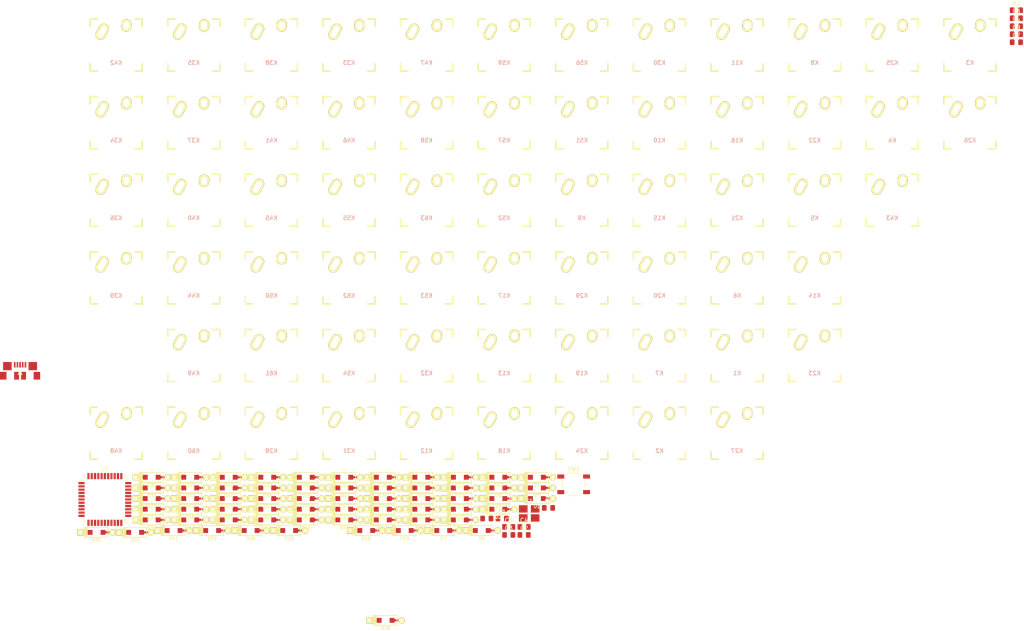
<source format=kicad_pcb>
(kicad_pcb (version 20171130) (host pcbnew 5.0.2)
  (layers (0 F.Cu signal) (31 B.Cu signal) (34 B.Paste user) (35 F.Paste user) (36 B.SilkS user) (37 F.SilkS user) (38 B.Mask user) (39 F.Mask user) (44 Edge.Cuts user))
  (net 0 "")
  (net 1 "Net-(C1-Pad1)")
  (net 2 +5V)
  (net 3 "Net-(C2-Pad1)")
  (net 4 VCC)
  (net 5 "Net-(C8-Pad1)")
  (net 6 "Net-(D1-Pad2)")
  (net 7 /row0)
  (net 8 "Net-(D2-Pad2)")
  (net 9 /row1)
  (net 10 "Net-(D3-Pad2)")
  (net 11 /row2)
  (net 12 "Net-(D4-Pad2)")
  (net 13 /row3)
  (net 14 "Net-(D5-Pad2)")
  (net 15 /row4)
  (net 16 "Net-(D6-Pad2)")
  (net 17 "Net-(D7-Pad2)")
  (net 18 "Net-(D8-Pad2)")
  (net 19 "Net-(D9-Pad2)")
  (net 20 "Net-(D10-Pad2)")
  (net 21 "Net-(D11-Pad2)")
  (net 22 "Net-(D12-Pad2)")
  (net 23 "Net-(D13-Pad2)")
  (net 24 "Net-(D14-Pad2)")
  (net 25 "Net-(D15-Pad2)")
  (net 26 "Net-(D16-Pad2)")
  (net 27 "Net-(D17-Pad2)")
  (net 28 "Net-(D18-Pad2)")
  (net 29 "Net-(D19-Pad2)")
  (net 30 "Net-(D20-Pad2)")
  (net 31 "Net-(D21-Pad2)")
  (net 32 "Net-(D22-Pad2)")
  (net 33 "Net-(D23-Pad2)")
  (net 34 "Net-(D24-Pad2)")
  (net 35 "Net-(D25-Pad2)")
  (net 36 "Net-(D26-Pad2)")
  (net 37 "Net-(D27-Pad2)")
  (net 38 "Net-(D28-Pad2)")
  (net 39 "Net-(D29-Pad2)")
  (net 40 "Net-(D30-Pad2)")
  (net 41 "Net-(D31-Pad2)")
  (net 42 "Net-(D32-Pad2)")
  (net 43 "Net-(D33-Pad2)")
  (net 44 "Net-(D34-Pad2)")
  (net 45 "Net-(D34-Pad1)")
  (net 46 "Net-(D35-Pad2)")
  (net 47 "Net-(D35-Pad1)")
  (net 48 "Net-(D36-Pad2)")
  (net 49 "Net-(D37-Pad2)")
  (net 50 "Net-(D38-Pad2)")
  (net 51 "Net-(D39-Pad2)")
  (net 52 "Net-(D40-Pad2)")
  (net 53 "Net-(D41-Pad2)")
  (net 54 "Net-(D42-Pad2)")
  (net 55 "Net-(D43-Pad2)")
  (net 56 "Net-(D44-Pad2)")
  (net 57 "Net-(D45-Pad2)")
  (net 58 "Net-(D46-Pad2)")
  (net 59 "Net-(D47-Pad2)")
  (net 60 "Net-(D48-Pad2)")
  (net 61 "Net-(D49-Pad2)")
  (net 62 "Net-(D50-Pad2)")
  (net 63 "Net-(D51-Pad2)")
  (net 64 "Net-(D52-Pad2)")
  (net 65 "Net-(D53-Pad2)")
  (net 66 "Net-(D54-Pad2)")
  (net 67 "Net-(D55-Pad2)")
  (net 68 "Net-(D56-Pad2)")
  (net 69 "Net-(D57-Pad2)")
  (net 70 "Net-(D58-Pad2)")
  (net 71 "Net-(D59-Pad2)")
  (net 72 "Net-(D60-Pad2)")
  (net 73 "Net-(D61-Pad2)")
  (net 74 "Net-(D62-Pad2)")
  (net 75 "Net-(D63-Pad2)")
  (net 76 "Net-(J1-Pad2)")
  (net 77 /col0)
  (net 78 /col1)
  (net 79 /col2)
  (net 80 /col3)
  (net 81 /col4)
  (net 82 /col5)
  (net 83 /col6)
  (net 84 /col7)
  (net 85 /col8)
  (net 86 /col9)
  (net 87 /col10)
  (net 88 /col11)
  (net 89 /col12)
  (net 90 "Net-(R1-Pad1)")
  (net 91 "Net-(R2-Pad2)")
  (net 92 "Net-(R3-Pad1)")
  (net 93 "Net-(J1-Pad3)")
  (net 94 "Net-(R4-Pad1)")
  (net 95 "Net-(U1-Pad1)")
  (net 96 "Net-(U1-Pad8)")
  (net 97 "Net-(U1-Pad9)")
  (net 98 "Net-(U1-Pad10)")
  (net 99 "Net-(U1-Pad11)")
  (net 100 "Net-(U1-Pad12)")
  (net 101 "Net-(U1-Pad22)")
  (net 102 "Net-(U1-Pad42)")
  (net 103 "Net-(J1-Pad4)")
  (module Capacitor_SMD:C_0805_2012Metric_Pad1.15x1.40mm_HandSolder (layer F.Cu) (at 141.835001 349.805001)
    (fp_text reference C1 (at 0 -1.65) (layer F.SilkS))
    (fp_text value 22p)
    (pad 1 smd roundrect (at -1.025 0) (size 1.15 1.4) (layers F.Cu F.Paste F.Mask) (roundrect_rratio 0.217391) (net 1 "Net-(C1-Pad1)"))
    (pad 2 smd roundrect (at 1.025 0) (size 1.15 1.4) (layers F.Cu F.Paste F.Mask) (roundrect_rratio 0.217391) (net 2 +5V))
  )
  (module Capacitor_SMD:C_0805_2012Metric_Pad1.15x1.40mm_HandSolder (layer F.Cu) (at 150.935001 353.805001)
    (fp_text reference C2 (at 0 -1.65) (layer F.SilkS))
    (fp_text value 22p)
    (pad 2 smd roundrect (at 1.025 0) (size 1.15 1.4) (layers F.Cu F.Paste F.Mask) (roundrect_rratio 0.217391) (net 2 +5V))
    (pad 1 smd roundrect (at -1.025 0) (size 1.15 1.4) (layers F.Cu F.Paste F.Mask) (roundrect_rratio 0.217391) (net 3 "Net-(C2-Pad1)"))
  )
  (module Capacitor_SMD:C_0805_2012Metric_Pad1.15x1.40mm_HandSolder (layer F.Cu) (at 147.185001 353.805001)
    (fp_text reference C3 (at 0 -1.65) (layer F.SilkS))
    (fp_text value 0.1u)
    (pad 2 smd roundrect (at 1.025 0) (size 1.15 1.4) (layers F.Cu F.Paste F.Mask) (roundrect_rratio 0.217391) (net 2 +5V))
    (pad 1 smd roundrect (at -1.025 0) (size 1.15 1.4) (layers F.Cu F.Paste F.Mask) (roundrect_rratio 0.217391) (net 4 VCC))
  )
  (module Capacitor_SMD:C_0805_2012Metric_Pad1.15x1.40mm_HandSolder (layer F.Cu) (at 150.935001 351.855001)
    (fp_text reference C4 (at 0 -1.65) (layer F.SilkS))
    (fp_text value 0.1u)
    (pad 2 smd roundrect (at 1.025 0) (size 1.15 1.4) (layers F.Cu F.Paste F.Mask) (roundrect_rratio 0.217391) (net 2 +5V))
    (pad 1 smd roundrect (at -1.025 0) (size 1.15 1.4) (layers F.Cu F.Paste F.Mask) (roundrect_rratio 0.217391) (net 4 VCC))
  )
  (module Capacitor_SMD:C_0805_2012Metric_Pad1.15x1.40mm_HandSolder (layer F.Cu) (at 147.185001 351.855001)
    (fp_text reference C5 (at 0 -1.65) (layer F.SilkS))
    (fp_text value 0.1u)
    (pad 1 smd roundrect (at -1.025 0) (size 1.15 1.4) (layers F.Cu F.Paste F.Mask) (roundrect_rratio 0.217391) (net 4 VCC))
    (pad 2 smd roundrect (at 1.025 0) (size 1.15 1.4) (layers F.Cu F.Paste F.Mask) (roundrect_rratio 0.217391) (net 2 +5V))
  )
  (module Capacitor_SMD:C_0805_2012Metric_Pad1.15x1.40mm_HandSolder (layer F.Cu) (at 156.885001 347.205001)
    (fp_text reference C6 (at 0 -1.65) (layer F.SilkS))
    (fp_text value 0.1u)
    (pad 1 smd roundrect (at -1.025 0) (size 1.15 1.4) (layers F.Cu F.Paste F.Mask) (roundrect_rratio 0.217391) (net 4 VCC))
    (pad 2 smd roundrect (at 1.025 0) (size 1.15 1.4) (layers F.Cu F.Paste F.Mask) (roundrect_rratio 0.217391) (net 2 +5V))
  )
  (module Capacitor_SMD:C_0805_2012Metric_Pad1.15x1.40mm_HandSolder (layer F.Cu) (at 271.065001 233.565001)
    (fp_text reference C7 (at 0 -1.65) (layer F.SilkS))
    (fp_text value 4.7u)
    (pad 1 smd roundrect (at -1.025 0) (size 1.15 1.4) (layers F.Cu F.Paste F.Mask) (roundrect_rratio 0.217391) (net 4 VCC))
    (pad 2 smd roundrect (at 1.025 0) (size 1.15 1.4) (layers F.Cu F.Paste F.Mask) (roundrect_rratio 0.217391) (net 2 +5V))
  )
  (module Capacitor_SMD:C_0805_2012Metric_Pad1.15x1.40mm_HandSolder (layer F.Cu) (at 271.065001 231.615001)
    (fp_text reference C8 (at 0 -1.65) (layer F.SilkS))
    (fp_text value 1u)
    (pad 2 smd roundrect (at 1.025 0) (size 1.15 1.4) (layers F.Cu F.Paste F.Mask) (roundrect_rratio 0.217391) (net 2 +5V))
    (pad 1 smd roundrect (at -1.025 0) (size 1.15 1.4) (layers F.Cu F.Paste F.Mask) (roundrect_rratio 0.217391) (net 5 "Net-(C8-Pad1)"))
  )
  (module keyboard_parts:D_SOD123_axial (layer F.Cu) (at 154.06 344.930001)
    (fp_text reference D1 (at 0 1.925) (layer F.SilkS) (effects (font (size 0.8 0.8))))
    (fp_text value D hide)
    (pad 2 smd rect (at 2.7 0) (size 2.5 0.5) (layers F.Cu) (net 6 "Net-(D1-Pad2)"))
    (pad 1 smd rect (at -2.7 0) (size 2.5 0.5) (layers F.Cu) (net 7 /row0))
    (pad 2 thru_hole circle (at 3.9 0) (size 1.6 1.6) (drill 0.7) (layers *.Cu *.Mask F.SilkS) (net 6 "Net-(D1-Pad2)"))
    (pad 1 thru_hole rect (at -3.9 0) (size 1.6 1.6) (drill 0.7) (layers *.Cu *.Mask F.SilkS) (net 7 /row0))
    (pad 1 smd rect (at -1.575 0) (size 1.2 1.2) (layers F.Cu F.Paste F.Mask) (net 7 /row0))
    (pad 2 smd rect (at 1.575 0) (size 1.2 1.2) (layers F.Cu F.Paste F.Mask) (net 6 "Net-(D1-Pad2)"))
  )
  (module keyboard_parts:D_SOD123_axial (layer F.Cu) (at 144.66 347.530001)
    (fp_text reference D2 (at 0 1.925) (layer F.SilkS) (effects (font (size 0.8 0.8))))
    (fp_text value D hide)
    (pad 2 smd rect (at 1.575 0) (size 1.2 1.2) (layers F.Cu F.Paste F.Mask) (net 8 "Net-(D2-Pad2)"))
    (pad 1 smd rect (at -1.575 0) (size 1.2 1.2) (layers F.Cu F.Paste F.Mask) (net 9 /row1))
    (pad 1 thru_hole rect (at -3.9 0) (size 1.6 1.6) (drill 0.7) (layers *.Cu *.Mask F.SilkS) (net 9 /row1))
    (pad 2 thru_hole circle (at 3.9 0) (size 1.6 1.6) (drill 0.7) (layers *.Cu *.Mask F.SilkS) (net 8 "Net-(D2-Pad2)"))
    (pad 1 smd rect (at -2.7 0) (size 2.5 0.5) (layers F.Cu) (net 9 /row1))
    (pad 2 smd rect (at 2.7 0) (size 2.5 0.5) (layers F.Cu) (net 8 "Net-(D2-Pad2)"))
  )
  (module keyboard_parts:D_SOD123_axial (layer F.Cu) (at 154.06 342.330001)
    (fp_text reference D3 (at 0 1.925) (layer F.SilkS) (effects (font (size 0.8 0.8))))
    (fp_text value D hide)
    (pad 2 smd rect (at 1.575 0) (size 1.2 1.2) (layers F.Cu F.Paste F.Mask) (net 10 "Net-(D3-Pad2)"))
    (pad 1 smd rect (at -1.575 0) (size 1.2 1.2) (layers F.Cu F.Paste F.Mask) (net 11 /row2))
    (pad 1 thru_hole rect (at -3.9 0) (size 1.6 1.6) (drill 0.7) (layers *.Cu *.Mask F.SilkS) (net 11 /row2))
    (pad 2 thru_hole circle (at 3.9 0) (size 1.6 1.6) (drill 0.7) (layers *.Cu *.Mask F.SilkS) (net 10 "Net-(D3-Pad2)"))
    (pad 1 smd rect (at -2.7 0) (size 2.5 0.5) (layers F.Cu) (net 11 /row2))
    (pad 2 smd rect (at 2.7 0) (size 2.5 0.5) (layers F.Cu) (net 10 "Net-(D3-Pad2)"))
  )
  (module keyboard_parts:D_SOD123_axial (layer F.Cu) (at 154.06 339.730001)
    (fp_text reference D4 (at 0 1.925) (layer F.SilkS) (effects (font (size 0.8 0.8))))
    (fp_text value D hide)
    (pad 2 smd rect (at 1.575 0) (size 1.2 1.2) (layers F.Cu F.Paste F.Mask) (net 12 "Net-(D4-Pad2)"))
    (pad 1 smd rect (at -1.575 0) (size 1.2 1.2) (layers F.Cu F.Paste F.Mask) (net 13 /row3))
    (pad 1 thru_hole rect (at -3.9 0) (size 1.6 1.6) (drill 0.7) (layers *.Cu *.Mask F.SilkS) (net 13 /row3))
    (pad 2 thru_hole circle (at 3.9 0) (size 1.6 1.6) (drill 0.7) (layers *.Cu *.Mask F.SilkS) (net 12 "Net-(D4-Pad2)"))
    (pad 1 smd rect (at -2.7 0) (size 2.5 0.5) (layers F.Cu) (net 13 /row3))
    (pad 2 smd rect (at 2.7 0) (size 2.5 0.5) (layers F.Cu) (net 12 "Net-(D4-Pad2)"))
  )
  (module keyboard_parts:D_SOD123_axial (layer F.Cu) (at 144.66 344.930001)
    (fp_text reference D5 (at 0 1.925) (layer F.SilkS) (effects (font (size 0.8 0.8))))
    (fp_text value D hide)
    (pad 2 smd rect (at 1.575 0) (size 1.2 1.2) (layers F.Cu F.Paste F.Mask) (net 14 "Net-(D5-Pad2)"))
    (pad 1 smd rect (at -1.575 0) (size 1.2 1.2) (layers F.Cu F.Paste F.Mask) (net 15 /row4))
    (pad 1 thru_hole rect (at -3.9 0) (size 1.6 1.6) (drill 0.7) (layers *.Cu *.Mask F.SilkS) (net 15 /row4))
    (pad 2 thru_hole circle (at 3.9 0) (size 1.6 1.6) (drill 0.7) (layers *.Cu *.Mask F.SilkS) (net 14 "Net-(D5-Pad2)"))
    (pad 1 smd rect (at -2.7 0) (size 2.5 0.5) (layers F.Cu) (net 15 /row4))
    (pad 2 smd rect (at 2.7 0) (size 2.5 0.5) (layers F.Cu) (net 14 "Net-(D5-Pad2)"))
  )
  (module keyboard_parts:D_SOD123_axial (layer F.Cu) (at 140.61 352.730001)
    (fp_text reference D6 (at 0 1.925) (layer F.SilkS) (effects (font (size 0.8 0.8))))
    (fp_text value D hide)
    (pad 2 smd rect (at 2.7 0) (size 2.5 0.5) (layers F.Cu) (net 16 "Net-(D6-Pad2)"))
    (pad 1 smd rect (at -2.7 0) (size 2.5 0.5) (layers F.Cu) (net 7 /row0))
    (pad 2 thru_hole circle (at 3.9 0) (size 1.6 1.6) (drill 0.7) (layers *.Cu *.Mask F.SilkS) (net 16 "Net-(D6-Pad2)"))
    (pad 1 thru_hole rect (at -3.9 0) (size 1.6 1.6) (drill 0.7) (layers *.Cu *.Mask F.SilkS) (net 7 /row0))
    (pad 1 smd rect (at -1.575 0) (size 1.2 1.2) (layers F.Cu F.Paste F.Mask) (net 7 /row0))
    (pad 2 smd rect (at 1.575 0) (size 1.2 1.2) (layers F.Cu F.Paste F.Mask) (net 16 "Net-(D6-Pad2)"))
  )
  (module keyboard_parts:D_SOD123_axial (layer F.Cu) (at 131.21 352.730001)
    (fp_text reference D7 (at 0 1.925) (layer F.SilkS) (effects (font (size 0.8 0.8))))
    (fp_text value D hide)
    (pad 2 smd rect (at 2.7 0) (size 2.5 0.5) (layers F.Cu) (net 17 "Net-(D7-Pad2)"))
    (pad 1 smd rect (at -2.7 0) (size 2.5 0.5) (layers F.Cu) (net 9 /row1))
    (pad 2 thru_hole circle (at 3.9 0) (size 1.6 1.6) (drill 0.7) (layers *.Cu *.Mask F.SilkS) (net 17 "Net-(D7-Pad2)"))
    (pad 1 thru_hole rect (at -3.9 0) (size 1.6 1.6) (drill 0.7) (layers *.Cu *.Mask F.SilkS) (net 9 /row1))
    (pad 1 smd rect (at -1.575 0) (size 1.2 1.2) (layers F.Cu F.Paste F.Mask) (net 9 /row1))
    (pad 2 smd rect (at 1.575 0) (size 1.2 1.2) (layers F.Cu F.Paste F.Mask) (net 17 "Net-(D7-Pad2)"))
  )
  (module keyboard_parts:D_SOD123_axial (layer F.Cu) (at 135.26 350.130001)
    (fp_text reference D8 (at 0 1.925) (layer F.SilkS) (effects (font (size 0.8 0.8))))
    (fp_text value D hide)
    (pad 2 smd rect (at 2.7 0) (size 2.5 0.5) (layers F.Cu) (net 18 "Net-(D8-Pad2)"))
    (pad 1 smd rect (at -2.7 0) (size 2.5 0.5) (layers F.Cu) (net 11 /row2))
    (pad 2 thru_hole circle (at 3.9 0) (size 1.6 1.6) (drill 0.7) (layers *.Cu *.Mask F.SilkS) (net 18 "Net-(D8-Pad2)"))
    (pad 1 thru_hole rect (at -3.9 0) (size 1.6 1.6) (drill 0.7) (layers *.Cu *.Mask F.SilkS) (net 11 /row2))
    (pad 1 smd rect (at -1.575 0) (size 1.2 1.2) (layers F.Cu F.Paste F.Mask) (net 11 /row2))
    (pad 2 smd rect (at 1.575 0) (size 1.2 1.2) (layers F.Cu F.Paste F.Mask) (net 18 "Net-(D8-Pad2)"))
  )
  (module keyboard_parts:D_SOD123_axial (layer F.Cu) (at 144.66 342.330001)
    (fp_text reference D9 (at 0 1.925) (layer F.SilkS) (effects (font (size 0.8 0.8))))
    (fp_text value D hide)
    (pad 2 smd rect (at 2.7 0) (size 2.5 0.5) (layers F.Cu) (net 19 "Net-(D9-Pad2)"))
    (pad 1 smd rect (at -2.7 0) (size 2.5 0.5) (layers F.Cu) (net 13 /row3))
    (pad 2 thru_hole circle (at 3.9 0) (size 1.6 1.6) (drill 0.7) (layers *.Cu *.Mask F.SilkS) (net 19 "Net-(D9-Pad2)"))
    (pad 1 thru_hole rect (at -3.9 0) (size 1.6 1.6) (drill 0.7) (layers *.Cu *.Mask F.SilkS) (net 13 /row3))
    (pad 1 smd rect (at -1.575 0) (size 1.2 1.2) (layers F.Cu F.Paste F.Mask) (net 13 /row3))
    (pad 2 smd rect (at 1.575 0) (size 1.2 1.2) (layers F.Cu F.Paste F.Mask) (net 19 "Net-(D9-Pad2)"))
  )
  (module keyboard_parts:D_SOD123_axial (layer F.Cu) (at 116.46 347.530001)
    (fp_text reference D10 (at 0 1.925) (layer F.SilkS) (effects (font (size 0.8 0.8))))
    (fp_text value D hide)
    (pad 2 smd rect (at 1.575 0) (size 1.2 1.2) (layers F.Cu F.Paste F.Mask) (net 20 "Net-(D10-Pad2)"))
    (pad 1 smd rect (at -1.575 0) (size 1.2 1.2) (layers F.Cu F.Paste F.Mask) (net 15 /row4))
    (pad 1 thru_hole rect (at -3.9 0) (size 1.6 1.6) (drill 0.7) (layers *.Cu *.Mask F.SilkS) (net 15 /row4))
    (pad 2 thru_hole circle (at 3.9 0) (size 1.6 1.6) (drill 0.7) (layers *.Cu *.Mask F.SilkS) (net 20 "Net-(D10-Pad2)"))
    (pad 1 smd rect (at -2.7 0) (size 2.5 0.5) (layers F.Cu) (net 15 /row4))
    (pad 2 smd rect (at 2.7 0) (size 2.5 0.5) (layers F.Cu) (net 20 "Net-(D10-Pad2)"))
  )
  (module keyboard_parts:D_SOD123_axial (layer F.Cu) (at 135.26 344.930001)
    (fp_text reference D11 (at 0 1.925) (layer F.SilkS) (effects (font (size 0.8 0.8))))
    (fp_text value D hide)
    (pad 2 smd rect (at 1.575 0) (size 1.2 1.2) (layers F.Cu F.Paste F.Mask) (net 21 "Net-(D11-Pad2)"))
    (pad 1 smd rect (at -1.575 0) (size 1.2 1.2) (layers F.Cu F.Paste F.Mask) (net 7 /row0))
    (pad 1 thru_hole rect (at -3.9 0) (size 1.6 1.6) (drill 0.7) (layers *.Cu *.Mask F.SilkS) (net 7 /row0))
    (pad 2 thru_hole circle (at 3.9 0) (size 1.6 1.6) (drill 0.7) (layers *.Cu *.Mask F.SilkS) (net 21 "Net-(D11-Pad2)"))
    (pad 1 smd rect (at -2.7 0) (size 2.5 0.5) (layers F.Cu) (net 7 /row0))
    (pad 2 smd rect (at 2.7 0) (size 2.5 0.5) (layers F.Cu) (net 21 "Net-(D11-Pad2)"))
  )
  (module keyboard_parts:D_SOD123_axial (layer F.Cu) (at 135.26 342.330001)
    (fp_text reference D12 (at 0 1.925) (layer F.SilkS) (effects (font (size 0.8 0.8))))
    (fp_text value D hide)
    (pad 2 smd rect (at 2.7 0) (size 2.5 0.5) (layers F.Cu) (net 22 "Net-(D12-Pad2)"))
    (pad 1 smd rect (at -2.7 0) (size 2.5 0.5) (layers F.Cu) (net 9 /row1))
    (pad 2 thru_hole circle (at 3.9 0) (size 1.6 1.6) (drill 0.7) (layers *.Cu *.Mask F.SilkS) (net 22 "Net-(D12-Pad2)"))
    (pad 1 thru_hole rect (at -3.9 0) (size 1.6 1.6) (drill 0.7) (layers *.Cu *.Mask F.SilkS) (net 9 /row1))
    (pad 1 smd rect (at -1.575 0) (size 1.2 1.2) (layers F.Cu F.Paste F.Mask) (net 9 /row1))
    (pad 2 smd rect (at 1.575 0) (size 1.2 1.2) (layers F.Cu F.Paste F.Mask) (net 22 "Net-(D12-Pad2)"))
  )
  (module keyboard_parts:D_SOD123_axial (layer F.Cu) (at 135.26 339.730001)
    (fp_text reference D13 (at 0 1.925) (layer F.SilkS) (effects (font (size 0.8 0.8))))
    (fp_text value D hide)
    (pad 2 smd rect (at 2.7 0) (size 2.5 0.5) (layers F.Cu) (net 23 "Net-(D13-Pad2)"))
    (pad 1 smd rect (at -2.7 0) (size 2.5 0.5) (layers F.Cu) (net 11 /row2))
    (pad 2 thru_hole circle (at 3.9 0) (size 1.6 1.6) (drill 0.7) (layers *.Cu *.Mask F.SilkS) (net 23 "Net-(D13-Pad2)"))
    (pad 1 thru_hole rect (at -3.9 0) (size 1.6 1.6) (drill 0.7) (layers *.Cu *.Mask F.SilkS) (net 11 /row2))
    (pad 1 smd rect (at -1.575 0) (size 1.2 1.2) (layers F.Cu F.Paste F.Mask) (net 11 /row2))
    (pad 2 smd rect (at 1.575 0) (size 1.2 1.2) (layers F.Cu F.Paste F.Mask) (net 23 "Net-(D13-Pad2)"))
  )
  (module keyboard_parts:D_SOD123_axial (layer F.Cu) (at 125.86 344.930001)
    (fp_text reference D14 (at 0 1.925) (layer F.SilkS) (effects (font (size 0.8 0.8))))
    (fp_text value D hide)
    (pad 2 smd rect (at 1.575 0) (size 1.2 1.2) (layers F.Cu F.Paste F.Mask) (net 24 "Net-(D14-Pad2)"))
    (pad 1 smd rect (at -1.575 0) (size 1.2 1.2) (layers F.Cu F.Paste F.Mask) (net 13 /row3))
    (pad 1 thru_hole rect (at -3.9 0) (size 1.6 1.6) (drill 0.7) (layers *.Cu *.Mask F.SilkS) (net 13 /row3))
    (pad 2 thru_hole circle (at 3.9 0) (size 1.6 1.6) (drill 0.7) (layers *.Cu *.Mask F.SilkS) (net 24 "Net-(D14-Pad2)"))
    (pad 1 smd rect (at -2.7 0) (size 2.5 0.5) (layers F.Cu) (net 13 /row3))
    (pad 2 smd rect (at 2.7 0) (size 2.5 0.5) (layers F.Cu) (net 24 "Net-(D14-Pad2)"))
  )
  (module keyboard_parts:D_SOD123_axial (layer F.Cu) (at 121.81 352.730001)
    (fp_text reference D15 (at 0 1.925) (layer F.SilkS) (effects (font (size 0.8 0.8))))
    (fp_text value D hide)
    (pad 2 smd rect (at 1.575 0) (size 1.2 1.2) (layers F.Cu F.Paste F.Mask) (net 25 "Net-(D15-Pad2)"))
    (pad 1 smd rect (at -1.575 0) (size 1.2 1.2) (layers F.Cu F.Paste F.Mask) (net 15 /row4))
    (pad 1 thru_hole rect (at -3.9 0) (size 1.6 1.6) (drill 0.7) (layers *.Cu *.Mask F.SilkS) (net 15 /row4))
    (pad 2 thru_hole circle (at 3.9 0) (size 1.6 1.6) (drill 0.7) (layers *.Cu *.Mask F.SilkS) (net 25 "Net-(D15-Pad2)"))
    (pad 1 smd rect (at -2.7 0) (size 2.5 0.5) (layers F.Cu) (net 15 /row4))
    (pad 2 smd rect (at 2.7 0) (size 2.5 0.5) (layers F.Cu) (net 25 "Net-(D15-Pad2)"))
  )
  (module keyboard_parts:D_SOD123_axial (layer F.Cu) (at 112.41 352.730001)
    (fp_text reference D16 (at 0 1.925) (layer F.SilkS) (effects (font (size 0.8 0.8))))
    (fp_text value D hide)
    (pad 2 smd rect (at 2.7 0) (size 2.5 0.5) (layers F.Cu) (net 26 "Net-(D16-Pad2)"))
    (pad 1 smd rect (at -2.7 0) (size 2.5 0.5) (layers F.Cu) (net 7 /row0))
    (pad 2 thru_hole circle (at 3.9 0) (size 1.6 1.6) (drill 0.7) (layers *.Cu *.Mask F.SilkS) (net 26 "Net-(D16-Pad2)"))
    (pad 1 thru_hole rect (at -3.9 0) (size 1.6 1.6) (drill 0.7) (layers *.Cu *.Mask F.SilkS) (net 7 /row0))
    (pad 1 smd rect (at -1.575 0) (size 1.2 1.2) (layers F.Cu F.Paste F.Mask) (net 7 /row0))
    (pad 2 smd rect (at 1.575 0) (size 1.2 1.2) (layers F.Cu F.Paste F.Mask) (net 26 "Net-(D16-Pad2)"))
  )
  (module keyboard_parts:D_SOD123_axial (layer F.Cu) (at 116.46 350.130001)
    (fp_text reference D17 (at 0 1.925) (layer F.SilkS) (effects (font (size 0.8 0.8))))
    (fp_text value D hide)
    (pad 2 smd rect (at 2.7 0) (size 2.5 0.5) (layers F.Cu) (net 27 "Net-(D17-Pad2)"))
    (pad 1 smd rect (at -2.7 0) (size 2.5 0.5) (layers F.Cu) (net 9 /row1))
    (pad 2 thru_hole circle (at 3.9 0) (size 1.6 1.6) (drill 0.7) (layers *.Cu *.Mask F.SilkS) (net 27 "Net-(D17-Pad2)"))
    (pad 1 thru_hole rect (at -3.9 0) (size 1.6 1.6) (drill 0.7) (layers *.Cu *.Mask F.SilkS) (net 9 /row1))
    (pad 1 smd rect (at -1.575 0) (size 1.2 1.2) (layers F.Cu F.Paste F.Mask) (net 9 /row1))
    (pad 2 smd rect (at 1.575 0) (size 1.2 1.2) (layers F.Cu F.Paste F.Mask) (net 27 "Net-(D17-Pad2)"))
  )
  (module keyboard_parts:D_SOD123_axial (layer F.Cu) (at 93.61 352.730001)
    (fp_text reference D18 (at 0 1.925) (layer F.SilkS) (effects (font (size 0.8 0.8))))
    (fp_text value D hide)
    (pad 2 smd rect (at 1.575 0) (size 1.2 1.2) (layers F.Cu F.Paste F.Mask) (net 28 "Net-(D18-Pad2)"))
    (pad 1 smd rect (at -1.575 0) (size 1.2 1.2) (layers F.Cu F.Paste F.Mask) (net 11 /row2))
    (pad 1 thru_hole rect (at -3.9 0) (size 1.6 1.6) (drill 0.7) (layers *.Cu *.Mask F.SilkS) (net 11 /row2))
    (pad 2 thru_hole circle (at 3.9 0) (size 1.6 1.6) (drill 0.7) (layers *.Cu *.Mask F.SilkS) (net 28 "Net-(D18-Pad2)"))
    (pad 1 smd rect (at -2.7 0) (size 2.5 0.5) (layers F.Cu) (net 11 /row2))
    (pad 2 smd rect (at 2.7 0) (size 2.5 0.5) (layers F.Cu) (net 28 "Net-(D18-Pad2)"))
  )
  (module keyboard_parts:D_SOD123_axial (layer F.Cu) (at 125.86 347.530001)
    (fp_text reference D19 (at 0 1.925) (layer F.SilkS) (effects (font (size 0.8 0.8))))
    (fp_text value D hide)
    (pad 2 smd rect (at 2.7 0) (size 2.5 0.5) (layers F.Cu) (net 29 "Net-(D19-Pad2)"))
    (pad 1 smd rect (at -2.7 0) (size 2.5 0.5) (layers F.Cu) (net 13 /row3))
    (pad 2 thru_hole circle (at 3.9 0) (size 1.6 1.6) (drill 0.7) (layers *.Cu *.Mask F.SilkS) (net 29 "Net-(D19-Pad2)"))
    (pad 1 thru_hole rect (at -3.9 0) (size 1.6 1.6) (drill 0.7) (layers *.Cu *.Mask F.SilkS) (net 13 /row3))
    (pad 1 smd rect (at -1.575 0) (size 1.2 1.2) (layers F.Cu F.Paste F.Mask) (net 13 /row3))
    (pad 2 smd rect (at 1.575 0) (size 1.2 1.2) (layers F.Cu F.Paste F.Mask) (net 29 "Net-(D19-Pad2)"))
  )
  (module keyboard_parts:D_SOD123_axial (layer F.Cu) (at 125.86 339.730001)
    (fp_text reference D20 (at 0 1.925) (layer F.SilkS) (effects (font (size 0.8 0.8))))
    (fp_text value D hide)
    (pad 2 smd rect (at 1.575 0) (size 1.2 1.2) (layers F.Cu F.Paste F.Mask) (net 30 "Net-(D20-Pad2)"))
    (pad 1 smd rect (at -1.575 0) (size 1.2 1.2) (layers F.Cu F.Paste F.Mask) (net 15 /row4))
    (pad 1 thru_hole rect (at -3.9 0) (size 1.6 1.6) (drill 0.7) (layers *.Cu *.Mask F.SilkS) (net 15 /row4))
    (pad 2 thru_hole circle (at 3.9 0) (size 1.6 1.6) (drill 0.7) (layers *.Cu *.Mask F.SilkS) (net 30 "Net-(D20-Pad2)"))
    (pad 1 smd rect (at -2.7 0) (size 2.5 0.5) (layers F.Cu) (net 15 /row4))
    (pad 2 smd rect (at 2.7 0) (size 2.5 0.5) (layers F.Cu) (net 30 "Net-(D20-Pad2)"))
  )
  (module keyboard_parts:D_SOD123_axial (layer F.Cu) (at 107.06 350.130001)
    (fp_text reference D21 (at 0 1.925) (layer F.SilkS) (effects (font (size 0.8 0.8))))
    (fp_text value D hide)
    (pad 2 smd rect (at 2.7 0) (size 2.5 0.5) (layers F.Cu) (net 31 "Net-(D21-Pad2)"))
    (pad 1 smd rect (at -2.7 0) (size 2.5 0.5) (layers F.Cu) (net 7 /row0))
    (pad 2 thru_hole circle (at 3.9 0) (size 1.6 1.6) (drill 0.7) (layers *.Cu *.Mask F.SilkS) (net 31 "Net-(D21-Pad2)"))
    (pad 1 thru_hole rect (at -3.9 0) (size 1.6 1.6) (drill 0.7) (layers *.Cu *.Mask F.SilkS) (net 7 /row0))
    (pad 1 smd rect (at -1.575 0) (size 1.2 1.2) (layers F.Cu F.Paste F.Mask) (net 7 /row0))
    (pad 2 smd rect (at 1.575 0) (size 1.2 1.2) (layers F.Cu F.Paste F.Mask) (net 31 "Net-(D21-Pad2)"))
  )
  (module keyboard_parts:D_SOD123_axial (layer F.Cu) (at 125.86 350.130001)
    (fp_text reference D22 (at 0 1.925) (layer F.SilkS) (effects (font (size 0.8 0.8))))
    (fp_text value D hide)
    (pad 2 smd rect (at 1.575 0) (size 1.2 1.2) (layers F.Cu F.Paste F.Mask) (net 32 "Net-(D22-Pad2)"))
    (pad 1 smd rect (at -1.575 0) (size 1.2 1.2) (layers F.Cu F.Paste F.Mask) (net 9 /row1))
    (pad 1 thru_hole rect (at -3.9 0) (size 1.6 1.6) (drill 0.7) (layers *.Cu *.Mask F.SilkS) (net 9 /row1))
    (pad 2 thru_hole circle (at 3.9 0) (size 1.6 1.6) (drill 0.7) (layers *.Cu *.Mask F.SilkS) (net 32 "Net-(D22-Pad2)"))
    (pad 1 smd rect (at -2.7 0) (size 2.5 0.5) (layers F.Cu) (net 9 /row1))
    (pad 2 smd rect (at 2.7 0) (size 2.5 0.5) (layers F.Cu) (net 32 "Net-(D22-Pad2)"))
  )
  (module keyboard_parts:D_SOD123_axial (layer F.Cu) (at 107.06 347.530001)
    (fp_text reference D23 (at 0 1.925) (layer F.SilkS) (effects (font (size 0.8 0.8))))
    (fp_text value D hide)
    (pad 2 smd rect (at 2.7 0) (size 2.5 0.5) (layers F.Cu) (net 33 "Net-(D23-Pad2)"))
    (pad 1 smd rect (at -2.7 0) (size 2.5 0.5) (layers F.Cu) (net 11 /row2))
    (pad 2 thru_hole circle (at 3.9 0) (size 1.6 1.6) (drill 0.7) (layers *.Cu *.Mask F.SilkS) (net 33 "Net-(D23-Pad2)"))
    (pad 1 thru_hole rect (at -3.9 0) (size 1.6 1.6) (drill 0.7) (layers *.Cu *.Mask F.SilkS) (net 11 /row2))
    (pad 1 smd rect (at -1.575 0) (size 1.2 1.2) (layers F.Cu F.Paste F.Mask) (net 11 /row2))
    (pad 2 smd rect (at 1.575 0) (size 1.2 1.2) (layers F.Cu F.Paste F.Mask) (net 33 "Net-(D23-Pad2)"))
  )
  (module keyboard_parts:D_SOD123_axial (layer F.Cu) (at 116.46 344.930001)
    (fp_text reference D24 (at 0 1.925) (layer F.SilkS) (effects (font (size 0.8 0.8))))
    (fp_text value D hide)
    (pad 2 smd rect (at 1.575 0) (size 1.2 1.2) (layers F.Cu F.Paste F.Mask) (net 34 "Net-(D24-Pad2)"))
    (pad 1 smd rect (at -1.575 0) (size 1.2 1.2) (layers F.Cu F.Paste F.Mask) (net 13 /row3))
    (pad 1 thru_hole rect (at -3.9 0) (size 1.6 1.6) (drill 0.7) (layers *.Cu *.Mask F.SilkS) (net 13 /row3))
    (pad 2 thru_hole circle (at 3.9 0) (size 1.6 1.6) (drill 0.7) (layers *.Cu *.Mask F.SilkS) (net 34 "Net-(D24-Pad2)"))
    (pad 1 smd rect (at -2.7 0) (size 2.5 0.5) (layers F.Cu) (net 13 /row3))
    (pad 2 smd rect (at 2.7 0) (size 2.5 0.5) (layers F.Cu) (net 34 "Net-(D24-Pad2)"))
  )
  (module keyboard_parts:D_SOD123_axial (layer F.Cu) (at 116.46 342.330001)
    (fp_text reference D25 (at 0 1.925) (layer F.SilkS) (effects (font (size 0.8 0.8))))
    (fp_text value D hide)
    (pad 2 smd rect (at 2.7 0) (size 2.5 0.5) (layers F.Cu) (net 35 "Net-(D25-Pad2)"))
    (pad 1 smd rect (at -2.7 0) (size 2.5 0.5) (layers F.Cu) (net 15 /row4))
    (pad 2 thru_hole circle (at 3.9 0) (size 1.6 1.6) (drill 0.7) (layers *.Cu *.Mask F.SilkS) (net 35 "Net-(D25-Pad2)"))
    (pad 1 thru_hole rect (at -3.9 0) (size 1.6 1.6) (drill 0.7) (layers *.Cu *.Mask F.SilkS) (net 15 /row4))
    (pad 1 smd rect (at -1.575 0) (size 1.2 1.2) (layers F.Cu F.Paste F.Mask) (net 15 /row4))
    (pad 2 smd rect (at 1.575 0) (size 1.2 1.2) (layers F.Cu F.Paste F.Mask) (net 35 "Net-(D25-Pad2)"))
  )
  (module keyboard_parts:D_SOD123_axial (layer F.Cu) (at 116.46 339.730001)
    (fp_text reference D26 (at 0 1.925) (layer F.SilkS) (effects (font (size 0.8 0.8))))
    (fp_text value D hide)
    (pad 2 smd rect (at 1.575 0) (size 1.2 1.2) (layers F.Cu F.Paste F.Mask) (net 36 "Net-(D26-Pad2)"))
    (pad 1 smd rect (at -1.575 0) (size 1.2 1.2) (layers F.Cu F.Paste F.Mask) (net 7 /row0))
    (pad 1 thru_hole rect (at -3.9 0) (size 1.6 1.6) (drill 0.7) (layers *.Cu *.Mask F.SilkS) (net 7 /row0))
    (pad 2 thru_hole circle (at 3.9 0) (size 1.6 1.6) (drill 0.7) (layers *.Cu *.Mask F.SilkS) (net 36 "Net-(D26-Pad2)"))
    (pad 1 smd rect (at -2.7 0) (size 2.5 0.5) (layers F.Cu) (net 7 /row0))
    (pad 2 smd rect (at 2.7 0) (size 2.5 0.5) (layers F.Cu) (net 36 "Net-(D26-Pad2)"))
  )
  (module keyboard_parts:D_SOD123_axial (layer F.Cu) (at 107.06 344.930001)
    (fp_text reference D27 (at 0 1.925) (layer F.SilkS) (effects (font (size 0.8 0.8))))
    (fp_text value D hide)
    (pad 2 smd rect (at 2.7 0) (size 2.5 0.5) (layers F.Cu) (net 37 "Net-(D27-Pad2)"))
    (pad 1 smd rect (at -2.7 0) (size 2.5 0.5) (layers F.Cu) (net 9 /row1))
    (pad 2 thru_hole circle (at 3.9 0) (size 1.6 1.6) (drill 0.7) (layers *.Cu *.Mask F.SilkS) (net 37 "Net-(D27-Pad2)"))
    (pad 1 thru_hole rect (at -3.9 0) (size 1.6 1.6) (drill 0.7) (layers *.Cu *.Mask F.SilkS) (net 9 /row1))
    (pad 1 smd rect (at -1.575 0) (size 1.2 1.2) (layers F.Cu F.Paste F.Mask) (net 9 /row1))
    (pad 2 smd rect (at 1.575 0) (size 1.2 1.2) (layers F.Cu F.Paste F.Mask) (net 37 "Net-(D27-Pad2)"))
  )
  (module keyboard_parts:D_SOD123_axial (layer F.Cu) (at 117.145 374.65)
    (fp_text reference D28 (at 0 1.925) (layer F.SilkS) (effects (font (size 0.8 0.8))))
    (fp_text value D hide)
    (pad 2 smd rect (at 1.575 0) (size 1.2 1.2) (layers F.Cu F.Paste F.Mask) (net 38 "Net-(D28-Pad2)"))
    (pad 1 smd rect (at -1.575 0) (size 1.2 1.2) (layers F.Cu F.Paste F.Mask) (net 11 /row2))
    (pad 1 thru_hole rect (at -3.9 0) (size 1.6 1.6) (drill 0.7) (layers *.Cu *.Mask F.SilkS) (net 11 /row2))
    (pad 2 thru_hole circle (at 3.9 0) (size 1.6 1.6) (drill 0.7) (layers *.Cu *.Mask F.SilkS) (net 38 "Net-(D28-Pad2)"))
    (pad 1 smd rect (at -2.7 0) (size 2.5 0.5) (layers F.Cu) (net 11 /row2))
    (pad 2 smd rect (at 2.7 0) (size 2.5 0.5) (layers F.Cu) (net 38 "Net-(D28-Pad2)"))
  )
  (module keyboard_parts:D_SOD123_axial (layer F.Cu) (at 60.06 344.930001)
    (fp_text reference D29 (at 0 1.925) (layer F.SilkS) (effects (font (size 0.8 0.8))))
    (fp_text value D hide)
    (pad 2 smd rect (at 1.575 0) (size 1.2 1.2) (layers F.Cu F.Paste F.Mask) (net 39 "Net-(D29-Pad2)"))
    (pad 1 smd rect (at -1.575 0) (size 1.2 1.2) (layers F.Cu F.Paste F.Mask) (net 13 /row3))
    (pad 1 thru_hole rect (at -3.9 0) (size 1.6 1.6) (drill 0.7) (layers *.Cu *.Mask F.SilkS) (net 13 /row3))
    (pad 2 thru_hole circle (at 3.9 0) (size 1.6 1.6) (drill 0.7) (layers *.Cu *.Mask F.SilkS) (net 39 "Net-(D29-Pad2)"))
    (pad 1 smd rect (at -2.7 0) (size 2.5 0.5) (layers F.Cu) (net 13 /row3))
    (pad 2 smd rect (at 2.7 0) (size 2.5 0.5) (layers F.Cu) (net 39 "Net-(D29-Pad2)"))
  )
  (module keyboard_parts:D_SOD123_axial (layer F.Cu) (at 135.26 347.530001)
    (fp_text reference D30 (at 0 1.925) (layer F.SilkS) (effects (font (size 0.8 0.8))))
    (fp_text value D hide)
    (pad 2 smd rect (at 2.7 0) (size 2.5 0.5) (layers F.Cu) (net 40 "Net-(D30-Pad2)"))
    (pad 1 smd rect (at -2.7 0) (size 2.5 0.5) (layers F.Cu) (net 15 /row4))
    (pad 2 thru_hole circle (at 3.9 0) (size 1.6 1.6) (drill 0.7) (layers *.Cu *.Mask F.SilkS) (net 40 "Net-(D30-Pad2)"))
    (pad 1 thru_hole rect (at -3.9 0) (size 1.6 1.6) (drill 0.7) (layers *.Cu *.Mask F.SilkS) (net 15 /row4))
    (pad 1 smd rect (at -1.575 0) (size 1.2 1.2) (layers F.Cu F.Paste F.Mask) (net 15 /row4))
    (pad 2 smd rect (at 1.575 0) (size 1.2 1.2) (layers F.Cu F.Paste F.Mask) (net 40 "Net-(D30-Pad2)"))
  )
  (module keyboard_parts:D_SOD123_axial (layer F.Cu) (at 78.86 347.530001)
    (fp_text reference D31 (at 0 1.925) (layer F.SilkS) (effects (font (size 0.8 0.8))))
    (fp_text value D hide)
    (pad 2 smd rect (at 1.575 0) (size 1.2 1.2) (layers F.Cu F.Paste F.Mask) (net 41 "Net-(D31-Pad2)"))
    (pad 1 smd rect (at -1.575 0) (size 1.2 1.2) (layers F.Cu F.Paste F.Mask) (net 11 /row2))
    (pad 1 thru_hole rect (at -3.9 0) (size 1.6 1.6) (drill 0.7) (layers *.Cu *.Mask F.SilkS) (net 11 /row2))
    (pad 2 thru_hole circle (at 3.9 0) (size 1.6 1.6) (drill 0.7) (layers *.Cu *.Mask F.SilkS) (net 41 "Net-(D31-Pad2)"))
    (pad 1 smd rect (at -2.7 0) (size 2.5 0.5) (layers F.Cu) (net 11 /row2))
    (pad 2 smd rect (at 2.7 0) (size 2.5 0.5) (layers F.Cu) (net 41 "Net-(D31-Pad2)"))
  )
  (module keyboard_parts:D_SOD123_axial (layer F.Cu) (at 88.26 339.730001)
    (fp_text reference D32 (at 0 1.925) (layer F.SilkS) (effects (font (size 0.8 0.8))))
    (fp_text value D hide)
    (pad 2 smd rect (at 2.7 0) (size 2.5 0.5) (layers F.Cu) (net 42 "Net-(D32-Pad2)"))
    (pad 1 smd rect (at -2.7 0) (size 2.5 0.5) (layers F.Cu) (net 13 /row3))
    (pad 2 thru_hole circle (at 3.9 0) (size 1.6 1.6) (drill 0.7) (layers *.Cu *.Mask F.SilkS) (net 42 "Net-(D32-Pad2)"))
    (pad 1 thru_hole rect (at -3.9 0) (size 1.6 1.6) (drill 0.7) (layers *.Cu *.Mask F.SilkS) (net 13 /row3))
    (pad 1 smd rect (at -1.575 0) (size 1.2 1.2) (layers F.Cu F.Paste F.Mask) (net 13 /row3))
    (pad 2 smd rect (at 1.575 0) (size 1.2 1.2) (layers F.Cu F.Paste F.Mask) (net 42 "Net-(D32-Pad2)"))
  )
  (module keyboard_parts:D_SOD123_axial (layer F.Cu) (at 60.06 342.330001)
    (fp_text reference D33 (at 0 1.925) (layer F.SilkS) (effects (font (size 0.8 0.8))))
    (fp_text value D hide)
    (pad 2 smd rect (at 1.575 0) (size 1.2 1.2) (layers F.Cu F.Paste F.Mask) (net 43 "Net-(D33-Pad2)"))
    (pad 1 smd rect (at -1.575 0) (size 1.2 1.2) (layers F.Cu F.Paste F.Mask) (net 15 /row4))
    (pad 1 thru_hole rect (at -3.9 0) (size 1.6 1.6) (drill 0.7) (layers *.Cu *.Mask F.SilkS) (net 15 /row4))
    (pad 2 thru_hole circle (at 3.9 0) (size 1.6 1.6) (drill 0.7) (layers *.Cu *.Mask F.SilkS) (net 43 "Net-(D33-Pad2)"))
    (pad 1 smd rect (at -2.7 0) (size 2.5 0.5) (layers F.Cu) (net 15 /row4))
    (pad 2 smd rect (at 2.7 0) (size 2.5 0.5) (layers F.Cu) (net 43 "Net-(D33-Pad2)"))
  )
  (module keyboard_parts:D_SOD123_axial (layer F.Cu) (at 69.46 339.730001)
    (fp_text reference D34 (at 0 1.925) (layer F.SilkS) (effects (font (size 0.8 0.8))))
    (fp_text value D hide)
    (pad 2 smd rect (at 2.7 0) (size 2.5 0.5) (layers F.Cu) (net 44 "Net-(D34-Pad2)"))
    (pad 1 smd rect (at -2.7 0) (size 2.5 0.5) (layers F.Cu) (net 45 "Net-(D34-Pad1)"))
    (pad 2 thru_hole circle (at 3.9 0) (size 1.6 1.6) (drill 0.7) (layers *.Cu *.Mask F.SilkS) (net 44 "Net-(D34-Pad2)"))
    (pad 1 thru_hole rect (at -3.9 0) (size 1.6 1.6) (drill 0.7) (layers *.Cu *.Mask F.SilkS) (net 45 "Net-(D34-Pad1)"))
    (pad 1 smd rect (at -1.575 0) (size 1.2 1.2) (layers F.Cu F.Paste F.Mask) (net 45 "Net-(D34-Pad1)"))
    (pad 2 smd rect (at 1.575 0) (size 1.2 1.2) (layers F.Cu F.Paste F.Mask) (net 44 "Net-(D34-Pad2)"))
  )
  (module keyboard_parts:D_SOD123_axial (layer F.Cu) (at 46.61 353.180001)
    (fp_text reference D35 (at 0 1.925) (layer F.SilkS) (effects (font (size 0.8 0.8))))
    (fp_text value D hide)
    (pad 2 smd rect (at 1.575 0) (size 1.2 1.2) (layers F.Cu F.Paste F.Mask) (net 46 "Net-(D35-Pad2)"))
    (pad 1 smd rect (at -1.575 0) (size 1.2 1.2) (layers F.Cu F.Paste F.Mask) (net 47 "Net-(D35-Pad1)"))
    (pad 1 thru_hole rect (at -3.9 0) (size 1.6 1.6) (drill 0.7) (layers *.Cu *.Mask F.SilkS) (net 47 "Net-(D35-Pad1)"))
    (pad 2 thru_hole circle (at 3.9 0) (size 1.6 1.6) (drill 0.7) (layers *.Cu *.Mask F.SilkS) (net 46 "Net-(D35-Pad2)"))
    (pad 1 smd rect (at -2.7 0) (size 2.5 0.5) (layers F.Cu) (net 47 "Net-(D35-Pad1)"))
    (pad 2 smd rect (at 2.7 0) (size 2.5 0.5) (layers F.Cu) (net 46 "Net-(D35-Pad2)"))
  )
  (module keyboard_parts:D_SOD123_axial (layer F.Cu) (at 60.06 339.730001)
    (fp_text reference D36 (at 0 1.925) (layer F.SilkS) (effects (font (size 0.8 0.8))))
    (fp_text value D hide)
    (pad 2 smd rect (at 2.7 0) (size 2.5 0.5) (layers F.Cu) (net 48 "Net-(D36-Pad2)"))
    (pad 1 smd rect (at -2.7 0) (size 2.5 0.5) (layers F.Cu) (net 11 /row2))
    (pad 2 thru_hole circle (at 3.9 0) (size 1.6 1.6) (drill 0.7) (layers *.Cu *.Mask F.SilkS) (net 48 "Net-(D36-Pad2)"))
    (pad 1 thru_hole rect (at -3.9 0) (size 1.6 1.6) (drill 0.7) (layers *.Cu *.Mask F.SilkS) (net 11 /row2))
    (pad 1 smd rect (at -1.575 0) (size 1.2 1.2) (layers F.Cu F.Paste F.Mask) (net 11 /row2))
    (pad 2 smd rect (at 1.575 0) (size 1.2 1.2) (layers F.Cu F.Paste F.Mask) (net 48 "Net-(D36-Pad2)"))
  )
  (module keyboard_parts:D_SOD123_axial (layer F.Cu) (at 60.06 347.530001)
    (fp_text reference D37 (at 0 1.925) (layer F.SilkS) (effects (font (size 0.8 0.8))))
    (fp_text value D hide)
    (pad 2 smd rect (at 1.575 0) (size 1.2 1.2) (layers F.Cu F.Paste F.Mask) (net 49 "Net-(D37-Pad2)"))
    (pad 1 smd rect (at -1.575 0) (size 1.2 1.2) (layers F.Cu F.Paste F.Mask) (net 13 /row3))
    (pad 1 thru_hole rect (at -3.9 0) (size 1.6 1.6) (drill 0.7) (layers *.Cu *.Mask F.SilkS) (net 13 /row3))
    (pad 2 thru_hole circle (at 3.9 0) (size 1.6 1.6) (drill 0.7) (layers *.Cu *.Mask F.SilkS) (net 49 "Net-(D37-Pad2)"))
    (pad 1 smd rect (at -2.7 0) (size 2.5 0.5) (layers F.Cu) (net 13 /row3))
    (pad 2 smd rect (at 2.7 0) (size 2.5 0.5) (layers F.Cu) (net 49 "Net-(D37-Pad2)"))
  )
  (module keyboard_parts:D_SOD123_axial (layer F.Cu) (at 60.06 350.130001)
    (fp_text reference D38 (at 0 1.925) (layer F.SilkS) (effects (font (size 0.8 0.8))))
    (fp_text value D hide)
    (pad 2 smd rect (at 2.7 0) (size 2.5 0.5) (layers F.Cu) (net 50 "Net-(D38-Pad2)"))
    (pad 1 smd rect (at -2.7 0) (size 2.5 0.5) (layers F.Cu) (net 15 /row4))
    (pad 2 thru_hole circle (at 3.9 0) (size 1.6 1.6) (drill 0.7) (layers *.Cu *.Mask F.SilkS) (net 50 "Net-(D38-Pad2)"))
    (pad 1 thru_hole rect (at -3.9 0) (size 1.6 1.6) (drill 0.7) (layers *.Cu *.Mask F.SilkS) (net 15 /row4))
    (pad 1 smd rect (at -1.575 0) (size 1.2 1.2) (layers F.Cu F.Paste F.Mask) (net 15 /row4))
    (pad 2 smd rect (at 1.575 0) (size 1.2 1.2) (layers F.Cu F.Paste F.Mask) (net 50 "Net-(D38-Pad2)"))
  )
  (module keyboard_parts:D_SOD123_axial (layer F.Cu) (at 88.26 342.330001)
    (fp_text reference D39 (at 0 1.925) (layer F.SilkS) (effects (font (size 0.8 0.8))))
    (fp_text value D hide)
    (pad 2 smd rect (at 1.575 0) (size 1.2 1.2) (layers F.Cu F.Paste F.Mask) (net 51 "Net-(D39-Pad2)"))
    (pad 1 smd rect (at -1.575 0) (size 1.2 1.2) (layers F.Cu F.Paste F.Mask) (net 45 "Net-(D34-Pad1)"))
    (pad 1 thru_hole rect (at -3.9 0) (size 1.6 1.6) (drill 0.7) (layers *.Cu *.Mask F.SilkS) (net 45 "Net-(D34-Pad1)"))
    (pad 2 thru_hole circle (at 3.9 0) (size 1.6 1.6) (drill 0.7) (layers *.Cu *.Mask F.SilkS) (net 51 "Net-(D39-Pad2)"))
    (pad 1 smd rect (at -2.7 0) (size 2.5 0.5) (layers F.Cu) (net 45 "Net-(D34-Pad1)"))
    (pad 2 smd rect (at 2.7 0) (size 2.5 0.5) (layers F.Cu) (net 51 "Net-(D39-Pad2)"))
  )
  (module keyboard_parts:D_SOD123_axial (layer F.Cu) (at 56.01 353.180001)
    (fp_text reference D40 (at 0 1.925) (layer F.SilkS) (effects (font (size 0.8 0.8))))
    (fp_text value D hide)
    (pad 2 smd rect (at 2.7 0) (size 2.5 0.5) (layers F.Cu) (net 52 "Net-(D40-Pad2)"))
    (pad 1 smd rect (at -2.7 0) (size 2.5 0.5) (layers F.Cu) (net 47 "Net-(D35-Pad1)"))
    (pad 2 thru_hole circle (at 3.9 0) (size 1.6 1.6) (drill 0.7) (layers *.Cu *.Mask F.SilkS) (net 52 "Net-(D40-Pad2)"))
    (pad 1 thru_hole rect (at -3.9 0) (size 1.6 1.6) (drill 0.7) (layers *.Cu *.Mask F.SilkS) (net 47 "Net-(D35-Pad1)"))
    (pad 1 smd rect (at -1.575 0) (size 1.2 1.2) (layers F.Cu F.Paste F.Mask) (net 47 "Net-(D35-Pad1)"))
    (pad 2 smd rect (at 1.575 0) (size 1.2 1.2) (layers F.Cu F.Paste F.Mask) (net 52 "Net-(D40-Pad2)"))
  )
  (module keyboard_parts:D_SOD123_axial (layer F.Cu) (at 65.41 352.730001)
    (fp_text reference D41 (at 0 1.925) (layer F.SilkS) (effects (font (size 0.8 0.8))))
    (fp_text value D hide)
    (pad 2 smd rect (at 1.575 0) (size 1.2 1.2) (layers F.Cu F.Paste F.Mask) (net 53 "Net-(D41-Pad2)"))
    (pad 1 smd rect (at -1.575 0) (size 1.2 1.2) (layers F.Cu F.Paste F.Mask) (net 11 /row2))
    (pad 1 thru_hole rect (at -3.9 0) (size 1.6 1.6) (drill 0.7) (layers *.Cu *.Mask F.SilkS) (net 11 /row2))
    (pad 2 thru_hole circle (at 3.9 0) (size 1.6 1.6) (drill 0.7) (layers *.Cu *.Mask F.SilkS) (net 53 "Net-(D41-Pad2)"))
    (pad 1 smd rect (at -2.7 0) (size 2.5 0.5) (layers F.Cu) (net 11 /row2))
    (pad 2 smd rect (at 2.7 0) (size 2.5 0.5) (layers F.Cu) (net 53 "Net-(D41-Pad2)"))
  )
  (module keyboard_parts:D_SOD123_axial (layer F.Cu) (at 69.46 344.930001)
    (fp_text reference D42 (at 0 1.925) (layer F.SilkS) (effects (font (size 0.8 0.8))))
    (fp_text value D hide)
    (pad 2 smd rect (at 1.575 0) (size 1.2 1.2) (layers F.Cu F.Paste F.Mask) (net 54 "Net-(D42-Pad2)"))
    (pad 1 smd rect (at -1.575 0) (size 1.2 1.2) (layers F.Cu F.Paste F.Mask) (net 13 /row3))
    (pad 1 thru_hole rect (at -3.9 0) (size 1.6 1.6) (drill 0.7) (layers *.Cu *.Mask F.SilkS) (net 13 /row3))
    (pad 2 thru_hole circle (at 3.9 0) (size 1.6 1.6) (drill 0.7) (layers *.Cu *.Mask F.SilkS) (net 54 "Net-(D42-Pad2)"))
    (pad 1 smd rect (at -2.7 0) (size 2.5 0.5) (layers F.Cu) (net 13 /row3))
    (pad 2 smd rect (at 2.7 0) (size 2.5 0.5) (layers F.Cu) (net 54 "Net-(D42-Pad2)"))
  )
  (module keyboard_parts:D_SOD123_axial (layer F.Cu) (at 78.86 339.730001)
    (fp_text reference D43 (at 0 1.925) (layer F.SilkS) (effects (font (size 0.8 0.8))))
    (fp_text value D hide)
    (pad 2 smd rect (at 2.7 0) (size 2.5 0.5) (layers F.Cu) (net 55 "Net-(D43-Pad2)"))
    (pad 1 smd rect (at -2.7 0) (size 2.5 0.5) (layers F.Cu) (net 15 /row4))
    (pad 2 thru_hole circle (at 3.9 0) (size 1.6 1.6) (drill 0.7) (layers *.Cu *.Mask F.SilkS) (net 55 "Net-(D43-Pad2)"))
    (pad 1 thru_hole rect (at -3.9 0) (size 1.6 1.6) (drill 0.7) (layers *.Cu *.Mask F.SilkS) (net 15 /row4))
    (pad 1 smd rect (at -1.575 0) (size 1.2 1.2) (layers F.Cu F.Paste F.Mask) (net 15 /row4))
    (pad 2 smd rect (at 1.575 0) (size 1.2 1.2) (layers F.Cu F.Paste F.Mask) (net 55 "Net-(D43-Pad2)"))
  )
  (module keyboard_parts:D_SOD123_axial (layer F.Cu) (at 78.86 342.330001)
    (fp_text reference D44 (at 0 1.925) (layer F.SilkS) (effects (font (size 0.8 0.8))))
    (fp_text value D hide)
    (pad 2 smd rect (at 1.575 0) (size 1.2 1.2) (layers F.Cu F.Paste F.Mask) (net 56 "Net-(D44-Pad2)"))
    (pad 1 smd rect (at -1.575 0) (size 1.2 1.2) (layers F.Cu F.Paste F.Mask) (net 45 "Net-(D34-Pad1)"))
    (pad 1 thru_hole rect (at -3.9 0) (size 1.6 1.6) (drill 0.7) (layers *.Cu *.Mask F.SilkS) (net 45 "Net-(D34-Pad1)"))
    (pad 2 thru_hole circle (at 3.9 0) (size 1.6 1.6) (drill 0.7) (layers *.Cu *.Mask F.SilkS) (net 56 "Net-(D44-Pad2)"))
    (pad 1 smd rect (at -2.7 0) (size 2.5 0.5) (layers F.Cu) (net 45 "Net-(D34-Pad1)"))
    (pad 2 smd rect (at 2.7 0) (size 2.5 0.5) (layers F.Cu) (net 56 "Net-(D44-Pad2)"))
  )
  (module keyboard_parts:D_SOD123_axial (layer F.Cu) (at 78.86 344.930001)
    (fp_text reference D45 (at 0 1.925) (layer F.SilkS) (effects (font (size 0.8 0.8))))
    (fp_text value D hide)
    (pad 2 smd rect (at 2.7 0) (size 2.5 0.5) (layers F.Cu) (net 57 "Net-(D45-Pad2)"))
    (pad 1 smd rect (at -2.7 0) (size 2.5 0.5) (layers F.Cu) (net 47 "Net-(D35-Pad1)"))
    (pad 2 thru_hole circle (at 3.9 0) (size 1.6 1.6) (drill 0.7) (layers *.Cu *.Mask F.SilkS) (net 57 "Net-(D45-Pad2)"))
    (pad 1 thru_hole rect (at -3.9 0) (size 1.6 1.6) (drill 0.7) (layers *.Cu *.Mask F.SilkS) (net 47 "Net-(D35-Pad1)"))
    (pad 1 smd rect (at -1.575 0) (size 1.2 1.2) (layers F.Cu F.Paste F.Mask) (net 47 "Net-(D35-Pad1)"))
    (pad 2 smd rect (at 1.575 0) (size 1.2 1.2) (layers F.Cu F.Paste F.Mask) (net 57 "Net-(D45-Pad2)"))
  )
  (module keyboard_parts:D_SOD123_axial (layer F.Cu) (at 69.46 347.530001)
    (fp_text reference D46 (at 0 1.925) (layer F.SilkS) (effects (font (size 0.8 0.8))))
    (fp_text value D hide)
    (pad 2 smd rect (at 1.575 0) (size 1.2 1.2) (layers F.Cu F.Paste F.Mask) (net 58 "Net-(D46-Pad2)"))
    (pad 1 smd rect (at -1.575 0) (size 1.2 1.2) (layers F.Cu F.Paste F.Mask) (net 11 /row2))
    (pad 1 thru_hole rect (at -3.9 0) (size 1.6 1.6) (drill 0.7) (layers *.Cu *.Mask F.SilkS) (net 11 /row2))
    (pad 2 thru_hole circle (at 3.9 0) (size 1.6 1.6) (drill 0.7) (layers *.Cu *.Mask F.SilkS) (net 58 "Net-(D46-Pad2)"))
    (pad 1 smd rect (at -2.7 0) (size 2.5 0.5) (layers F.Cu) (net 11 /row2))
    (pad 2 smd rect (at 2.7 0) (size 2.5 0.5) (layers F.Cu) (net 58 "Net-(D46-Pad2)"))
  )
  (module keyboard_parts:D_SOD123_axial (layer F.Cu) (at 69.46 350.130001)
    (fp_text reference D47 (at 0 1.925) (layer F.SilkS) (effects (font (size 0.8 0.8))))
    (fp_text value D hide)
    (pad 2 smd rect (at 2.7 0) (size 2.5 0.5) (layers F.Cu) (net 59 "Net-(D47-Pad2)"))
    (pad 1 smd rect (at -2.7 0) (size 2.5 0.5) (layers F.Cu) (net 13 /row3))
    (pad 2 thru_hole circle (at 3.9 0) (size 1.6 1.6) (drill 0.7) (layers *.Cu *.Mask F.SilkS) (net 59 "Net-(D47-Pad2)"))
    (pad 1 thru_hole rect (at -3.9 0) (size 1.6 1.6) (drill 0.7) (layers *.Cu *.Mask F.SilkS) (net 13 /row3))
    (pad 1 smd rect (at -1.575 0) (size 1.2 1.2) (layers F.Cu F.Paste F.Mask) (net 13 /row3))
    (pad 2 smd rect (at 1.575 0) (size 1.2 1.2) (layers F.Cu F.Paste F.Mask) (net 59 "Net-(D47-Pad2)"))
  )
  (module keyboard_parts:D_SOD123_axial (layer F.Cu) (at 144.66 339.730001)
    (fp_text reference D48 (at 0 1.925) (layer F.SilkS) (effects (font (size 0.8 0.8))))
    (fp_text value D hide)
    (pad 2 smd rect (at 1.575 0) (size 1.2 1.2) (layers F.Cu F.Paste F.Mask) (net 60 "Net-(D48-Pad2)"))
    (pad 1 smd rect (at -1.575 0) (size 1.2 1.2) (layers F.Cu F.Paste F.Mask) (net 15 /row4))
    (pad 1 thru_hole rect (at -3.9 0) (size 1.6 1.6) (drill 0.7) (layers *.Cu *.Mask F.SilkS) (net 15 /row4))
    (pad 2 thru_hole circle (at 3.9 0) (size 1.6 1.6) (drill 0.7) (layers *.Cu *.Mask F.SilkS) (net 60 "Net-(D48-Pad2)"))
    (pad 1 smd rect (at -2.7 0) (size 2.5 0.5) (layers F.Cu) (net 15 /row4))
    (pad 2 smd rect (at 2.7 0) (size 2.5 0.5) (layers F.Cu) (net 60 "Net-(D48-Pad2)"))
  )
  (module keyboard_parts:D_SOD123_axial (layer F.Cu) (at 125.86 342.330001)
    (fp_text reference D49 (at 0 1.925) (layer F.SilkS) (effects (font (size 0.8 0.8))))
    (fp_text value D hide)
    (pad 2 smd rect (at 2.7 0) (size 2.5 0.5) (layers F.Cu) (net 61 "Net-(D49-Pad2)"))
    (pad 1 smd rect (at -2.7 0) (size 2.5 0.5) (layers F.Cu) (net 45 "Net-(D34-Pad1)"))
    (pad 2 thru_hole circle (at 3.9 0) (size 1.6 1.6) (drill 0.7) (layers *.Cu *.Mask F.SilkS) (net 61 "Net-(D49-Pad2)"))
    (pad 1 thru_hole rect (at -3.9 0) (size 1.6 1.6) (drill 0.7) (layers *.Cu *.Mask F.SilkS) (net 45 "Net-(D34-Pad1)"))
    (pad 1 smd rect (at -1.575 0) (size 1.2 1.2) (layers F.Cu F.Paste F.Mask) (net 45 "Net-(D34-Pad1)"))
    (pad 2 smd rect (at 1.575 0) (size 1.2 1.2) (layers F.Cu F.Paste F.Mask) (net 61 "Net-(D49-Pad2)"))
  )
  (module keyboard_parts:D_SOD123_axial (layer F.Cu) (at 88.26 350.130001)
    (fp_text reference D50 (at 0 1.925) (layer F.SilkS) (effects (font (size 0.8 0.8))))
    (fp_text value D hide)
    (pad 2 smd rect (at 1.575 0) (size 1.2 1.2) (layers F.Cu F.Paste F.Mask) (net 62 "Net-(D50-Pad2)"))
    (pad 1 smd rect (at -1.575 0) (size 1.2 1.2) (layers F.Cu F.Paste F.Mask) (net 47 "Net-(D35-Pad1)"))
    (pad 1 thru_hole rect (at -3.9 0) (size 1.6 1.6) (drill 0.7) (layers *.Cu *.Mask F.SilkS) (net 47 "Net-(D35-Pad1)"))
    (pad 2 thru_hole circle (at 3.9 0) (size 1.6 1.6) (drill 0.7) (layers *.Cu *.Mask F.SilkS) (net 62 "Net-(D50-Pad2)"))
    (pad 1 smd rect (at -2.7 0) (size 2.5 0.5) (layers F.Cu) (net 47 "Net-(D35-Pad1)"))
    (pad 2 smd rect (at 2.7 0) (size 2.5 0.5) (layers F.Cu) (net 62 "Net-(D50-Pad2)"))
  )
  (module keyboard_parts:D_SOD123_axial (layer F.Cu) (at 107.06 339.730001)
    (fp_text reference D51 (at 0 1.925) (layer F.SilkS) (effects (font (size 0.8 0.8))))
    (fp_text value D hide)
    (pad 2 smd rect (at 2.7 0) (size 2.5 0.5) (layers F.Cu) (net 63 "Net-(D51-Pad2)"))
    (pad 1 smd rect (at -2.7 0) (size 2.5 0.5) (layers F.Cu) (net 11 /row2))
    (pad 2 thru_hole circle (at 3.9 0) (size 1.6 1.6) (drill 0.7) (layers *.Cu *.Mask F.SilkS) (net 63 "Net-(D51-Pad2)"))
    (pad 1 thru_hole rect (at -3.9 0) (size 1.6 1.6) (drill 0.7) (layers *.Cu *.Mask F.SilkS) (net 11 /row2))
    (pad 1 smd rect (at -1.575 0) (size 1.2 1.2) (layers F.Cu F.Paste F.Mask) (net 11 /row2))
    (pad 2 smd rect (at 1.575 0) (size 1.2 1.2) (layers F.Cu F.Paste F.Mask) (net 63 "Net-(D51-Pad2)"))
  )
  (module keyboard_parts:D_SOD123_axial (layer F.Cu) (at 78.86 350.130001)
    (fp_text reference D52 (at 0 1.925) (layer F.SilkS) (effects (font (size 0.8 0.8))))
    (fp_text value D hide)
    (pad 2 smd rect (at 1.575 0) (size 1.2 1.2) (layers F.Cu F.Paste F.Mask) (net 64 "Net-(D52-Pad2)"))
    (pad 1 smd rect (at -1.575 0) (size 1.2 1.2) (layers F.Cu F.Paste F.Mask) (net 13 /row3))
    (pad 1 thru_hole rect (at -3.9 0) (size 1.6 1.6) (drill 0.7) (layers *.Cu *.Mask F.SilkS) (net 13 /row3))
    (pad 2 thru_hole circle (at 3.9 0) (size 1.6 1.6) (drill 0.7) (layers *.Cu *.Mask F.SilkS) (net 64 "Net-(D52-Pad2)"))
    (pad 1 smd rect (at -2.7 0) (size 2.5 0.5) (layers F.Cu) (net 13 /row3))
    (pad 2 smd rect (at 2.7 0) (size 2.5 0.5) (layers F.Cu) (net 64 "Net-(D52-Pad2)"))
  )
  (module keyboard_parts:D_SOD123_axial (layer F.Cu) (at 69.46 342.330001)
    (fp_text reference D53 (at 0 1.925) (layer F.SilkS) (effects (font (size 0.8 0.8))))
    (fp_text value D hide)
    (pad 2 smd rect (at 2.7 0) (size 2.5 0.5) (layers F.Cu) (net 65 "Net-(D53-Pad2)"))
    (pad 1 smd rect (at -2.7 0) (size 2.5 0.5) (layers F.Cu) (net 15 /row4))
    (pad 2 thru_hole circle (at 3.9 0) (size 1.6 1.6) (drill 0.7) (layers *.Cu *.Mask F.SilkS) (net 65 "Net-(D53-Pad2)"))
    (pad 1 thru_hole rect (at -3.9 0) (size 1.6 1.6) (drill 0.7) (layers *.Cu *.Mask F.SilkS) (net 15 /row4))
    (pad 1 smd rect (at -1.575 0) (size 1.2 1.2) (layers F.Cu F.Paste F.Mask) (net 15 /row4))
    (pad 2 smd rect (at 1.575 0) (size 1.2 1.2) (layers F.Cu F.Paste F.Mask) (net 65 "Net-(D53-Pad2)"))
  )
  (module keyboard_parts:D_SOD123_axial (layer F.Cu) (at 97.66 344.930001)
    (fp_text reference D54 (at 0 1.925) (layer F.SilkS) (effects (font (size 0.8 0.8))))
    (fp_text value D hide)
    (pad 2 smd rect (at 1.575 0) (size 1.2 1.2) (layers F.Cu F.Paste F.Mask) (net 66 "Net-(D54-Pad2)"))
    (pad 1 smd rect (at -1.575 0) (size 1.2 1.2) (layers F.Cu F.Paste F.Mask) (net 45 "Net-(D34-Pad1)"))
    (pad 1 thru_hole rect (at -3.9 0) (size 1.6 1.6) (drill 0.7) (layers *.Cu *.Mask F.SilkS) (net 45 "Net-(D34-Pad1)"))
    (pad 2 thru_hole circle (at 3.9 0) (size 1.6 1.6) (drill 0.7) (layers *.Cu *.Mask F.SilkS) (net 66 "Net-(D54-Pad2)"))
    (pad 1 smd rect (at -2.7 0) (size 2.5 0.5) (layers F.Cu) (net 45 "Net-(D34-Pad1)"))
    (pad 2 smd rect (at 2.7 0) (size 2.5 0.5) (layers F.Cu) (net 66 "Net-(D54-Pad2)"))
  )
  (module keyboard_parts:D_SOD123_axial (layer F.Cu) (at 97.66 342.330001)
    (fp_text reference D55 (at 0 1.925) (layer F.SilkS) (effects (font (size 0.8 0.8))))
    (fp_text value D hide)
    (pad 2 smd rect (at 2.7 0) (size 2.5 0.5) (layers F.Cu) (net 67 "Net-(D55-Pad2)"))
    (pad 1 smd rect (at -2.7 0) (size 2.5 0.5) (layers F.Cu) (net 47 "Net-(D35-Pad1)"))
    (pad 2 thru_hole circle (at 3.9 0) (size 1.6 1.6) (drill 0.7) (layers *.Cu *.Mask F.SilkS) (net 67 "Net-(D55-Pad2)"))
    (pad 1 thru_hole rect (at -3.9 0) (size 1.6 1.6) (drill 0.7) (layers *.Cu *.Mask F.SilkS) (net 47 "Net-(D35-Pad1)"))
    (pad 1 smd rect (at -1.575 0) (size 1.2 1.2) (layers F.Cu F.Paste F.Mask) (net 47 "Net-(D35-Pad1)"))
    (pad 2 smd rect (at 1.575 0) (size 1.2 1.2) (layers F.Cu F.Paste F.Mask) (net 67 "Net-(D55-Pad2)"))
  )
  (module keyboard_parts:D_SOD123_axial (layer F.Cu) (at 97.66 339.730001)
    (fp_text reference D56 (at 0 1.925) (layer F.SilkS) (effects (font (size 0.8 0.8))))
    (fp_text value D hide)
    (pad 2 smd rect (at 1.575 0) (size 1.2 1.2) (layers F.Cu F.Paste F.Mask) (net 68 "Net-(D56-Pad2)"))
    (pad 1 smd rect (at -1.575 0) (size 1.2 1.2) (layers F.Cu F.Paste F.Mask) (net 11 /row2))
    (pad 1 thru_hole rect (at -3.9 0) (size 1.6 1.6) (drill 0.7) (layers *.Cu *.Mask F.SilkS) (net 11 /row2))
    (pad 2 thru_hole circle (at 3.9 0) (size 1.6 1.6) (drill 0.7) (layers *.Cu *.Mask F.SilkS) (net 68 "Net-(D56-Pad2)"))
    (pad 1 smd rect (at -2.7 0) (size 2.5 0.5) (layers F.Cu) (net 11 /row2))
    (pad 2 smd rect (at 2.7 0) (size 2.5 0.5) (layers F.Cu) (net 68 "Net-(D56-Pad2)"))
  )
  (module keyboard_parts:D_SOD123_axial (layer F.Cu) (at 88.26 344.930001)
    (fp_text reference D57 (at 0 1.925) (layer F.SilkS) (effects (font (size 0.8 0.8))))
    (fp_text value D hide)
    (pad 2 smd rect (at 2.7 0) (size 2.5 0.5) (layers F.Cu) (net 69 "Net-(D57-Pad2)"))
    (pad 1 smd rect (at -2.7 0) (size 2.5 0.5) (layers F.Cu) (net 13 /row3))
    (pad 2 thru_hole circle (at 3.9 0) (size 1.6 1.6) (drill 0.7) (layers *.Cu *.Mask F.SilkS) (net 69 "Net-(D57-Pad2)"))
    (pad 1 thru_hole rect (at -3.9 0) (size 1.6 1.6) (drill 0.7) (layers *.Cu *.Mask F.SilkS) (net 13 /row3))
    (pad 1 smd rect (at -1.575 0) (size 1.2 1.2) (layers F.Cu F.Paste F.Mask) (net 13 /row3))
    (pad 2 smd rect (at 1.575 0) (size 1.2 1.2) (layers F.Cu F.Paste F.Mask) (net 69 "Net-(D57-Pad2)"))
  )
  (module keyboard_parts:D_SOD123_axial (layer F.Cu) (at 84.21 352.730001)
    (fp_text reference D58 (at 0 1.925) (layer F.SilkS) (effects (font (size 0.8 0.8))))
    (fp_text value D hide)
    (pad 2 smd rect (at 1.575 0) (size 1.2 1.2) (layers F.Cu F.Paste F.Mask) (net 70 "Net-(D58-Pad2)"))
    (pad 1 smd rect (at -1.575 0) (size 1.2 1.2) (layers F.Cu F.Paste F.Mask) (net 15 /row4))
    (pad 1 thru_hole rect (at -3.9 0) (size 1.6 1.6) (drill 0.7) (layers *.Cu *.Mask F.SilkS) (net 15 /row4))
    (pad 2 thru_hole circle (at 3.9 0) (size 1.6 1.6) (drill 0.7) (layers *.Cu *.Mask F.SilkS) (net 70 "Net-(D58-Pad2)"))
    (pad 1 smd rect (at -2.7 0) (size 2.5 0.5) (layers F.Cu) (net 15 /row4))
    (pad 2 smd rect (at 2.7 0) (size 2.5 0.5) (layers F.Cu) (net 70 "Net-(D58-Pad2)"))
  )
  (module keyboard_parts:D_SOD123_axial (layer F.Cu) (at 74.81 352.730001)
    (fp_text reference D59 (at 0 1.925) (layer F.SilkS) (effects (font (size 0.8 0.8))))
    (fp_text value D hide)
    (pad 2 smd rect (at 2.7 0) (size 2.5 0.5) (layers F.Cu) (net 71 "Net-(D59-Pad2)"))
    (pad 1 smd rect (at -2.7 0) (size 2.5 0.5) (layers F.Cu) (net 45 "Net-(D34-Pad1)"))
    (pad 2 thru_hole circle (at 3.9 0) (size 1.6 1.6) (drill 0.7) (layers *.Cu *.Mask F.SilkS) (net 71 "Net-(D59-Pad2)"))
    (pad 1 thru_hole rect (at -3.9 0) (size 1.6 1.6) (drill 0.7) (layers *.Cu *.Mask F.SilkS) (net 45 "Net-(D34-Pad1)"))
    (pad 1 smd rect (at -1.575 0) (size 1.2 1.2) (layers F.Cu F.Paste F.Mask) (net 45 "Net-(D34-Pad1)"))
    (pad 2 smd rect (at 1.575 0) (size 1.2 1.2) (layers F.Cu F.Paste F.Mask) (net 71 "Net-(D59-Pad2)"))
  )
  (module keyboard_parts:D_SOD123_axial (layer F.Cu) (at 107.06 342.330001)
    (fp_text reference D60 (at 0 1.925) (layer F.SilkS) (effects (font (size 0.8 0.8))))
    (fp_text value D hide)
    (pad 2 smd rect (at 1.575 0) (size 1.2 1.2) (layers F.Cu F.Paste F.Mask) (net 72 "Net-(D60-Pad2)"))
    (pad 1 smd rect (at -1.575 0) (size 1.2 1.2) (layers F.Cu F.Paste F.Mask) (net 47 "Net-(D35-Pad1)"))
    (pad 1 thru_hole rect (at -3.9 0) (size 1.6 1.6) (drill 0.7) (layers *.Cu *.Mask F.SilkS) (net 47 "Net-(D35-Pad1)"))
    (pad 2 thru_hole circle (at 3.9 0) (size 1.6 1.6) (drill 0.7) (layers *.Cu *.Mask F.SilkS) (net 72 "Net-(D60-Pad2)"))
    (pad 1 smd rect (at -2.7 0) (size 2.5 0.5) (layers F.Cu) (net 47 "Net-(D35-Pad1)"))
    (pad 2 smd rect (at 2.7 0) (size 2.5 0.5) (layers F.Cu) (net 72 "Net-(D60-Pad2)"))
  )
  (module keyboard_parts:D_SOD123_axial (layer F.Cu) (at 97.66 350.130001)
    (fp_text reference D61 (at 0 1.925) (layer F.SilkS) (effects (font (size 0.8 0.8))))
    (fp_text value D hide)
    (pad 2 smd rect (at 2.7 0) (size 2.5 0.5) (layers F.Cu) (net 73 "Net-(D61-Pad2)"))
    (pad 1 smd rect (at -2.7 0) (size 2.5 0.5) (layers F.Cu) (net 11 /row2))
    (pad 2 thru_hole circle (at 3.9 0) (size 1.6 1.6) (drill 0.7) (layers *.Cu *.Mask F.SilkS) (net 73 "Net-(D61-Pad2)"))
    (pad 1 thru_hole rect (at -3.9 0) (size 1.6 1.6) (drill 0.7) (layers *.Cu *.Mask F.SilkS) (net 11 /row2))
    (pad 1 smd rect (at -1.575 0) (size 1.2 1.2) (layers F.Cu F.Paste F.Mask) (net 11 /row2))
    (pad 2 smd rect (at 1.575 0) (size 1.2 1.2) (layers F.Cu F.Paste F.Mask) (net 73 "Net-(D61-Pad2)"))
  )
  (module keyboard_parts:D_SOD123_axial (layer F.Cu) (at 88.26 347.530001)
    (fp_text reference D62 (at 0 1.925) (layer F.SilkS) (effects (font (size 0.8 0.8))))
    (fp_text value D hide)
    (pad 2 smd rect (at 1.575 0) (size 1.2 1.2) (layers F.Cu F.Paste F.Mask) (net 74 "Net-(D62-Pad2)"))
    (pad 1 smd rect (at -1.575 0) (size 1.2 1.2) (layers F.Cu F.Paste F.Mask) (net 13 /row3))
    (pad 1 thru_hole rect (at -3.9 0) (size 1.6 1.6) (drill 0.7) (layers *.Cu *.Mask F.SilkS) (net 13 /row3))
    (pad 2 thru_hole circle (at 3.9 0) (size 1.6 1.6) (drill 0.7) (layers *.Cu *.Mask F.SilkS) (net 74 "Net-(D62-Pad2)"))
    (pad 1 smd rect (at -2.7 0) (size 2.5 0.5) (layers F.Cu) (net 13 /row3))
    (pad 2 smd rect (at 2.7 0) (size 2.5 0.5) (layers F.Cu) (net 74 "Net-(D62-Pad2)"))
  )
  (module keyboard_parts:D_SOD123_axial (layer F.Cu) (at 97.66 347.530001)
    (fp_text reference D63 (at 0 1.925) (layer F.SilkS) (effects (font (size 0.8 0.8))))
    (fp_text value D hide)
    (pad 2 smd rect (at 2.7 0) (size 2.5 0.5) (layers F.Cu) (net 75 "Net-(D63-Pad2)"))
    (pad 1 smd rect (at -2.7 0) (size 2.5 0.5) (layers F.Cu) (net 15 /row4))
    (pad 2 thru_hole circle (at 3.9 0) (size 1.6 1.6) (drill 0.7) (layers *.Cu *.Mask F.SilkS) (net 75 "Net-(D63-Pad2)"))
    (pad 1 thru_hole rect (at -3.9 0) (size 1.6 1.6) (drill 0.7) (layers *.Cu *.Mask F.SilkS) (net 15 /row4))
    (pad 1 smd rect (at -1.575 0) (size 1.2 1.2) (layers F.Cu F.Paste F.Mask) (net 15 /row4))
    (pad 2 smd rect (at 1.575 0) (size 1.2 1.2) (layers F.Cu F.Paste F.Mask) (net 75 "Net-(D63-Pad2)"))
  )
  (module keebs:Mx_Alps_100 (layer F.Cu) (at 202.904201 310.024201)
    (fp_text reference K1 (at 0 4.318) (layer B.SilkS) (effects (font (thickness 0.2)) (justify mirror)))
    (fp_text value KEYSW hide)
    (pad HOLE np_thru_hole circle (at 0 0) (size 3.9878 3.9878) (drill 3.9878) (layers *.Cu))
    (pad HOLE np_thru_hole circle (at -5.08 0) (size 1.7018 1.7018) (drill 1.7018) (layers *.Cu))
    (pad HOLE np_thru_hole circle (at 5.08 0) (size 1.7018 1.7018) (drill 1.7018) (layers *.Cu))
    (pad 1 thru_hole oval (at -3.405 -3.27 330.95) (size 2.5 4.17) (drill oval 1.5 3.17) (layers *.Cu *.Mask F.SilkS) (net 77 /col0))
    (pad 2 thru_hole oval (at 2.52 -4.79 356.1) (size 2.5 3.08) (drill oval 1.5 2.08) (layers *.Cu *.Mask F.SilkS) (net 6 "Net-(D1-Pad2)"))
  )
  (module keebs:Mx_Alps_100 (layer F.Cu) (at 183.964201 328.964201)
    (fp_text reference K2 (at 0 4.318) (layer B.SilkS) (effects (font (thickness 0.2)) (justify mirror)))
    (fp_text value KEYSW hide)
    (pad 2 thru_hole oval (at 2.52 -4.79 356.1) (size 2.5 3.08) (drill oval 1.5 2.08) (layers *.Cu *.Mask F.SilkS) (net 8 "Net-(D2-Pad2)"))
    (pad 1 thru_hole oval (at -3.405 -3.27 330.95) (size 2.5 4.17) (drill oval 1.5 3.17) (layers *.Cu *.Mask F.SilkS) (net 77 /col0))
    (pad HOLE np_thru_hole circle (at 5.08 0) (size 1.7018 1.7018) (drill 1.7018) (layers *.Cu))
    (pad HOLE np_thru_hole circle (at -5.08 0) (size 1.7018 1.7018) (drill 1.7018) (layers *.Cu))
    (pad HOLE np_thru_hole circle (at 0 0) (size 3.9878 3.9878) (drill 3.9878) (layers *.Cu))
  )
  (module keebs:Mx_Alps_100 (layer F.Cu) (at 259.724201 234.264201)
    (fp_text reference K3 (at 0 4.318) (layer B.SilkS) (effects (font (thickness 0.2)) (justify mirror)))
    (fp_text value KEYSW hide)
    (pad HOLE np_thru_hole circle (at 0 0) (size 3.9878 3.9878) (drill 3.9878) (layers *.Cu))
    (pad HOLE np_thru_hole circle (at -5.08 0) (size 1.7018 1.7018) (drill 1.7018) (layers *.Cu))
    (pad HOLE np_thru_hole circle (at 5.08 0) (size 1.7018 1.7018) (drill 1.7018) (layers *.Cu))
    (pad 1 thru_hole oval (at -3.405 -3.27 330.95) (size 2.5 4.17) (drill oval 1.5 3.17) (layers *.Cu *.Mask F.SilkS) (net 77 /col0))
    (pad 2 thru_hole oval (at 2.52 -4.79 356.1) (size 2.5 3.08) (drill oval 1.5 2.08) (layers *.Cu *.Mask F.SilkS) (net 10 "Net-(D3-Pad2)"))
  )
  (module keebs:Mx_Alps_100 (layer F.Cu) (at 240.784201 253.204201)
    (fp_text reference K4 (at 0 4.318) (layer B.SilkS) (effects (font (thickness 0.2)) (justify mirror)))
    (fp_text value KEYSW hide)
    (pad HOLE np_thru_hole circle (at 0 0) (size 3.9878 3.9878) (drill 3.9878) (layers *.Cu))
    (pad HOLE np_thru_hole circle (at -5.08 0) (size 1.7018 1.7018) (drill 1.7018) (layers *.Cu))
    (pad HOLE np_thru_hole circle (at 5.08 0) (size 1.7018 1.7018) (drill 1.7018) (layers *.Cu))
    (pad 1 thru_hole oval (at -3.405 -3.27 330.95) (size 2.5 4.17) (drill oval 1.5 3.17) (layers *.Cu *.Mask F.SilkS) (net 77 /col0))
    (pad 2 thru_hole oval (at 2.52 -4.79 356.1) (size 2.5 3.08) (drill oval 1.5 2.08) (layers *.Cu *.Mask F.SilkS) (net 12 "Net-(D4-Pad2)"))
  )
  (module keebs:Mx_Alps_100 (layer F.Cu) (at 221.844201 272.144201)
    (fp_text reference K5 (at 0 4.318) (layer B.SilkS) (effects (font (thickness 0.2)) (justify mirror)))
    (fp_text value KEYSW hide)
    (pad HOLE np_thru_hole circle (at 0 0) (size 3.9878 3.9878) (drill 3.9878) (layers *.Cu))
    (pad HOLE np_thru_hole circle (at -5.08 0) (size 1.7018 1.7018) (drill 1.7018) (layers *.Cu))
    (pad HOLE np_thru_hole circle (at 5.08 0) (size 1.7018 1.7018) (drill 1.7018) (layers *.Cu))
    (pad 1 thru_hole oval (at -3.405 -3.27 330.95) (size 2.5 4.17) (drill oval 1.5 3.17) (layers *.Cu *.Mask F.SilkS) (net 77 /col0))
    (pad 2 thru_hole oval (at 2.52 -4.79 356.1) (size 2.5 3.08) (drill oval 1.5 2.08) (layers *.Cu *.Mask F.SilkS) (net 14 "Net-(D5-Pad2)"))
  )
  (module keebs:Mx_Alps_100 (layer F.Cu) (at 202.904201 291.084201)
    (fp_text reference K6 (at 0 4.318) (layer B.SilkS) (effects (font (thickness 0.2)) (justify mirror)))
    (fp_text value KEYSW hide)
    (pad HOLE np_thru_hole circle (at 0 0) (size 3.9878 3.9878) (drill 3.9878) (layers *.Cu))
    (pad HOLE np_thru_hole circle (at -5.08 0) (size 1.7018 1.7018) (drill 1.7018) (layers *.Cu))
    (pad HOLE np_thru_hole circle (at 5.08 0) (size 1.7018 1.7018) (drill 1.7018) (layers *.Cu))
    (pad 1 thru_hole oval (at -3.405 -3.27 330.95) (size 2.5 4.17) (drill oval 1.5 3.17) (layers *.Cu *.Mask F.SilkS) (net 78 /col1))
    (pad 2 thru_hole oval (at 2.52 -4.79 356.1) (size 2.5 3.08) (drill oval 1.5 2.08) (layers *.Cu *.Mask F.SilkS) (net 16 "Net-(D6-Pad2)"))
  )
  (module keebs:Mx_Alps_100 (layer F.Cu) (at 183.964201 310.024201)
    (fp_text reference K7 (at 0 4.318) (layer B.SilkS) (effects (font (thickness 0.2)) (justify mirror)))
    (fp_text value KEYSW hide)
    (pad 2 thru_hole oval (at 2.52 -4.79 356.1) (size 2.5 3.08) (drill oval 1.5 2.08) (layers *.Cu *.Mask F.SilkS) (net 17 "Net-(D7-Pad2)"))
    (pad 1 thru_hole oval (at -3.405 -3.27 330.95) (size 2.5 4.17) (drill oval 1.5 3.17) (layers *.Cu *.Mask F.SilkS) (net 78 /col1))
    (pad HOLE np_thru_hole circle (at 5.08 0) (size 1.7018 1.7018) (drill 1.7018) (layers *.Cu))
    (pad HOLE np_thru_hole circle (at -5.08 0) (size 1.7018 1.7018) (drill 1.7018) (layers *.Cu))
    (pad HOLE np_thru_hole circle (at 0 0) (size 3.9878 3.9878) (drill 3.9878) (layers *.Cu))
  )
  (module keebs:Mx_Alps_100 (layer F.Cu) (at 221.844201 234.264201)
    (fp_text reference K8 (at 0 4.318) (layer B.SilkS) (effects (font (thickness 0.2)) (justify mirror)))
    (fp_text value KEYSW hide)
    (pad HOLE np_thru_hole circle (at 0 0) (size 3.9878 3.9878) (drill 3.9878) (layers *.Cu))
    (pad HOLE np_thru_hole circle (at -5.08 0) (size 1.7018 1.7018) (drill 1.7018) (layers *.Cu))
    (pad HOLE np_thru_hole circle (at 5.08 0) (size 1.7018 1.7018) (drill 1.7018) (layers *.Cu))
    (pad 1 thru_hole oval (at -3.405 -3.27 330.95) (size 2.5 4.17) (drill oval 1.5 3.17) (layers *.Cu *.Mask F.SilkS) (net 78 /col1))
    (pad 2 thru_hole oval (at 2.52 -4.79 356.1) (size 2.5 3.08) (drill oval 1.5 2.08) (layers *.Cu *.Mask F.SilkS) (net 18 "Net-(D8-Pad2)"))
  )
  (module keebs:Mx_Alps_100 (layer F.Cu) (at 165.024201 272.144201)
    (fp_text reference K9 (at 0 4.318) (layer B.SilkS) (effects (font (thickness 0.2)) (justify mirror)))
    (fp_text value KEYSW hide)
    (pad 2 thru_hole oval (at 2.52 -4.79 356.1) (size 2.5 3.08) (drill oval 1.5 2.08) (layers *.Cu *.Mask F.SilkS) (net 19 "Net-(D9-Pad2)"))
    (pad 1 thru_hole oval (at -3.405 -3.27 330.95) (size 2.5 4.17) (drill oval 1.5 3.17) (layers *.Cu *.Mask F.SilkS) (net 78 /col1))
    (pad HOLE np_thru_hole circle (at 5.08 0) (size 1.7018 1.7018) (drill 1.7018) (layers *.Cu))
    (pad HOLE np_thru_hole circle (at -5.08 0) (size 1.7018 1.7018) (drill 1.7018) (layers *.Cu))
    (pad HOLE np_thru_hole circle (at 0 0) (size 3.9878 3.9878) (drill 3.9878) (layers *.Cu))
  )
  (module keebs:Mx_Alps_100 (layer F.Cu) (at 183.964201 253.204201)
    (fp_text reference K10 (at 0 4.318) (layer B.SilkS) (effects (font (thickness 0.2)) (justify mirror)))
    (fp_text value KEYSW hide)
    (pad HOLE np_thru_hole circle (at 0 0) (size 3.9878 3.9878) (drill 3.9878) (layers *.Cu))
    (pad HOLE np_thru_hole circle (at -5.08 0) (size 1.7018 1.7018) (drill 1.7018) (layers *.Cu))
    (pad HOLE np_thru_hole circle (at 5.08 0) (size 1.7018 1.7018) (drill 1.7018) (layers *.Cu))
    (pad 1 thru_hole oval (at -3.405 -3.27 330.95) (size 2.5 4.17) (drill oval 1.5 3.17) (layers *.Cu *.Mask F.SilkS) (net 78 /col1))
    (pad 2 thru_hole oval (at 2.52 -4.79 356.1) (size 2.5 3.08) (drill oval 1.5 2.08) (layers *.Cu *.Mask F.SilkS) (net 20 "Net-(D10-Pad2)"))
  )
  (module keebs:Mx_Alps_100 (layer F.Cu) (at 202.904201 234.264201)
    (fp_text reference K11 (at 0 4.318) (layer B.SilkS) (effects (font (thickness 0.2)) (justify mirror)))
    (fp_text value KEYSW hide)
    (pad HOLE np_thru_hole circle (at 0 0) (size 3.9878 3.9878) (drill 3.9878) (layers *.Cu))
    (pad HOLE np_thru_hole circle (at -5.08 0) (size 1.7018 1.7018) (drill 1.7018) (layers *.Cu))
    (pad HOLE np_thru_hole circle (at 5.08 0) (size 1.7018 1.7018) (drill 1.7018) (layers *.Cu))
    (pad 1 thru_hole oval (at -3.405 -3.27 330.95) (size 2.5 4.17) (drill oval 1.5 3.17) (layers *.Cu *.Mask F.SilkS) (net 79 /col2))
    (pad 2 thru_hole oval (at 2.52 -4.79 356.1) (size 2.5 3.08) (drill oval 1.5 2.08) (layers *.Cu *.Mask F.SilkS) (net 21 "Net-(D11-Pad2)"))
  )
  (module keebs:Mx_Alps_100 (layer F.Cu) (at 127.144201 328.964201)
    (fp_text reference K12 (at 0 4.318) (layer B.SilkS) (effects (font (thickness 0.2)) (justify mirror)))
    (fp_text value KEYSW hide)
    (pad 2 thru_hole oval (at 2.52 -4.79 356.1) (size 2.5 3.08) (drill oval 1.5 2.08) (layers *.Cu *.Mask F.SilkS) (net 22 "Net-(D12-Pad2)"))
    (pad 1 thru_hole oval (at -3.405 -3.27 330.95) (size 2.5 4.17) (drill oval 1.5 3.17) (layers *.Cu *.Mask F.SilkS) (net 79 /col2))
    (pad HOLE np_thru_hole circle (at 5.08 0) (size 1.7018 1.7018) (drill 1.7018) (layers *.Cu))
    (pad HOLE np_thru_hole circle (at -5.08 0) (size 1.7018 1.7018) (drill 1.7018) (layers *.Cu))
    (pad HOLE np_thru_hole circle (at 0 0) (size 3.9878 3.9878) (drill 3.9878) (layers *.Cu))
  )
  (module keebs:Mx_Alps_100 (layer F.Cu) (at 146.084201 310.024201)
    (fp_text reference K13 (at 0 4.318) (layer B.SilkS) (effects (font (thickness 0.2)) (justify mirror)))
    (fp_text value KEYSW hide)
    (pad HOLE np_thru_hole circle (at 0 0) (size 3.9878 3.9878) (drill 3.9878) (layers *.Cu))
    (pad HOLE np_thru_hole circle (at -5.08 0) (size 1.7018 1.7018) (drill 1.7018) (layers *.Cu))
    (pad HOLE np_thru_hole circle (at 5.08 0) (size 1.7018 1.7018) (drill 1.7018) (layers *.Cu))
    (pad 1 thru_hole oval (at -3.405 -3.27 330.95) (size 2.5 4.17) (drill oval 1.5 3.17) (layers *.Cu *.Mask F.SilkS) (net 79 /col2))
    (pad 2 thru_hole oval (at 2.52 -4.79 356.1) (size 2.5 3.08) (drill oval 1.5 2.08) (layers *.Cu *.Mask F.SilkS) (net 23 "Net-(D13-Pad2)"))
  )
  (module keebs:Mx_Alps_100 (layer F.Cu) (at 221.844201 291.084201)
    (fp_text reference K14 (at 0 4.318) (layer B.SilkS) (effects (font (thickness 0.2)) (justify mirror)))
    (fp_text value KEYSW hide)
    (pad 2 thru_hole oval (at 2.52 -4.79 356.1) (size 2.5 3.08) (drill oval 1.5 2.08) (layers *.Cu *.Mask F.SilkS) (net 24 "Net-(D14-Pad2)"))
    (pad 1 thru_hole oval (at -3.405 -3.27 330.95) (size 2.5 4.17) (drill oval 1.5 3.17) (layers *.Cu *.Mask F.SilkS) (net 79 /col2))
    (pad HOLE np_thru_hole circle (at 5.08 0) (size 1.7018 1.7018) (drill 1.7018) (layers *.Cu))
    (pad HOLE np_thru_hole circle (at -5.08 0) (size 1.7018 1.7018) (drill 1.7018) (layers *.Cu))
    (pad HOLE np_thru_hole circle (at 0 0) (size 3.9878 3.9878) (drill 3.9878) (layers *.Cu))
  )
  (module keebs:Mx_Alps_100 (layer F.Cu) (at 183.964201 272.144201)
    (fp_text reference K15 (at 0 4.318) (layer B.SilkS) (effects (font (thickness 0.2)) (justify mirror)))
    (fp_text value KEYSW hide)
    (pad HOLE np_thru_hole circle (at 0 0) (size 3.9878 3.9878) (drill 3.9878) (layers *.Cu))
    (pad HOLE np_thru_hole circle (at -5.08 0) (size 1.7018 1.7018) (drill 1.7018) (layers *.Cu))
    (pad HOLE np_thru_hole circle (at 5.08 0) (size 1.7018 1.7018) (drill 1.7018) (layers *.Cu))
    (pad 1 thru_hole oval (at -3.405 -3.27 330.95) (size 2.5 4.17) (drill oval 1.5 3.17) (layers *.Cu *.Mask F.SilkS) (net 79 /col2))
    (pad 2 thru_hole oval (at 2.52 -4.79 356.1) (size 2.5 3.08) (drill oval 1.5 2.08) (layers *.Cu *.Mask F.SilkS) (net 25 "Net-(D15-Pad2)"))
  )
  (module keebs:Mx_Alps_100 (layer F.Cu) (at 202.904201 253.204201)
    (fp_text reference K16 (at 0 4.318) (layer B.SilkS) (effects (font (thickness 0.2)) (justify mirror)))
    (fp_text value KEYSW hide)
    (pad 2 thru_hole oval (at 2.52 -4.79 356.1) (size 2.5 3.08) (drill oval 1.5 2.08) (layers *.Cu *.Mask F.SilkS) (net 26 "Net-(D16-Pad2)"))
    (pad 1 thru_hole oval (at -3.405 -3.27 330.95) (size 2.5 4.17) (drill oval 1.5 3.17) (layers *.Cu *.Mask F.SilkS) (net 80 /col3))
    (pad HOLE np_thru_hole circle (at 5.08 0) (size 1.7018 1.7018) (drill 1.7018) (layers *.Cu))
    (pad HOLE np_thru_hole circle (at -5.08 0) (size 1.7018 1.7018) (drill 1.7018) (layers *.Cu))
    (pad HOLE np_thru_hole circle (at 0 0) (size 3.9878 3.9878) (drill 3.9878) (layers *.Cu))
  )
  (module keebs:Mx_Alps_100 (layer F.Cu) (at 146.084201 291.084201)
    (fp_text reference K17 (at 0 4.318) (layer B.SilkS) (effects (font (thickness 0.2)) (justify mirror)))
    (fp_text value KEYSW hide)
    (pad 2 thru_hole oval (at 2.52 -4.79 356.1) (size 2.5 3.08) (drill oval 1.5 2.08) (layers *.Cu *.Mask F.SilkS) (net 27 "Net-(D17-Pad2)"))
    (pad 1 thru_hole oval (at -3.405 -3.27 330.95) (size 2.5 4.17) (drill oval 1.5 3.17) (layers *.Cu *.Mask F.SilkS) (net 80 /col3))
    (pad HOLE np_thru_hole circle (at 5.08 0) (size 1.7018 1.7018) (drill 1.7018) (layers *.Cu))
    (pad HOLE np_thru_hole circle (at -5.08 0) (size 1.7018 1.7018) (drill 1.7018) (layers *.Cu))
    (pad HOLE np_thru_hole circle (at 0 0) (size 3.9878 3.9878) (drill 3.9878) (layers *.Cu))
  )
  (module keebs:Mx_Alps_100 (layer F.Cu) (at 146.084201 328.964201)
    (fp_text reference K18 (at 0 4.318) (layer B.SilkS) (effects (font (thickness 0.2)) (justify mirror)))
    (fp_text value KEYSW hide)
    (pad HOLE np_thru_hole circle (at 0 0) (size 3.9878 3.9878) (drill 3.9878) (layers *.Cu))
    (pad HOLE np_thru_hole circle (at -5.08 0) (size 1.7018 1.7018) (drill 1.7018) (layers *.Cu))
    (pad HOLE np_thru_hole circle (at 5.08 0) (size 1.7018 1.7018) (drill 1.7018) (layers *.Cu))
    (pad 1 thru_hole oval (at -3.405 -3.27 330.95) (size 2.5 4.17) (drill oval 1.5 3.17) (layers *.Cu *.Mask F.SilkS) (net 80 /col3))
    (pad 2 thru_hole oval (at 2.52 -4.79 356.1) (size 2.5 3.08) (drill oval 1.5 2.08) (layers *.Cu *.Mask F.SilkS) (net 28 "Net-(D18-Pad2)"))
  )
  (module keebs:Mx_Alps_100 (layer F.Cu) (at 165.024201 310.024201)
    (fp_text reference K19 (at 0 4.318) (layer B.SilkS) (effects (font (thickness 0.2)) (justify mirror)))
    (fp_text value KEYSW hide)
    (pad 2 thru_hole oval (at 2.52 -4.79 356.1) (size 2.5 3.08) (drill oval 1.5 2.08) (layers *.Cu *.Mask F.SilkS) (net 29 "Net-(D19-Pad2)"))
    (pad 1 thru_hole oval (at -3.405 -3.27 330.95) (size 2.5 4.17) (drill oval 1.5 3.17) (layers *.Cu *.Mask F.SilkS) (net 80 /col3))
    (pad HOLE np_thru_hole circle (at 5.08 0) (size 1.7018 1.7018) (drill 1.7018) (layers *.Cu))
    (pad HOLE np_thru_hole circle (at -5.08 0) (size 1.7018 1.7018) (drill 1.7018) (layers *.Cu))
    (pad HOLE np_thru_hole circle (at 0 0) (size 3.9878 3.9878) (drill 3.9878) (layers *.Cu))
  )
  (module keebs:Mx_Alps_100 (layer F.Cu) (at 183.964201 291.084201)
    (fp_text reference K20 (at 0 4.318) (layer B.SilkS) (effects (font (thickness 0.2)) (justify mirror)))
    (fp_text value KEYSW hide)
    (pad 2 thru_hole oval (at 2.52 -4.79 356.1) (size 2.5 3.08) (drill oval 1.5 2.08) (layers *.Cu *.Mask F.SilkS) (net 30 "Net-(D20-Pad2)"))
    (pad 1 thru_hole oval (at -3.405 -3.27 330.95) (size 2.5 4.17) (drill oval 1.5 3.17) (layers *.Cu *.Mask F.SilkS) (net 80 /col3))
    (pad HOLE np_thru_hole circle (at 5.08 0) (size 1.7018 1.7018) (drill 1.7018) (layers *.Cu))
    (pad HOLE np_thru_hole circle (at -5.08 0) (size 1.7018 1.7018) (drill 1.7018) (layers *.Cu))
    (pad HOLE np_thru_hole circle (at 0 0) (size 3.9878 3.9878) (drill 3.9878) (layers *.Cu))
  )
  (module keebs:Mx_Alps_100 (layer F.Cu) (at 202.904201 272.144201)
    (fp_text reference K21 (at 0 4.318) (layer B.SilkS) (effects (font (thickness 0.2)) (justify mirror)))
    (fp_text value KEYSW hide)
    (pad HOLE np_thru_hole circle (at 0 0) (size 3.9878 3.9878) (drill 3.9878) (layers *.Cu))
    (pad HOLE np_thru_hole circle (at -5.08 0) (size 1.7018 1.7018) (drill 1.7018) (layers *.Cu))
    (pad HOLE np_thru_hole circle (at 5.08 0) (size 1.7018 1.7018) (drill 1.7018) (layers *.Cu))
    (pad 1 thru_hole oval (at -3.405 -3.27 330.95) (size 2.5 4.17) (drill oval 1.5 3.17) (layers *.Cu *.Mask F.SilkS) (net 81 /col4))
    (pad 2 thru_hole oval (at 2.52 -4.79 356.1) (size 2.5 3.08) (drill oval 1.5 2.08) (layers *.Cu *.Mask F.SilkS) (net 31 "Net-(D21-Pad2)"))
  )
  (module keebs:Mx_Alps_100 (layer F.Cu) (at 221.844201 253.204201)
    (fp_text reference K22 (at 0 4.318) (layer B.SilkS) (effects (font (thickness 0.2)) (justify mirror)))
    (fp_text value KEYSW hide)
    (pad 2 thru_hole oval (at 2.52 -4.79 356.1) (size 2.5 3.08) (drill oval 1.5 2.08) (layers *.Cu *.Mask F.SilkS) (net 32 "Net-(D22-Pad2)"))
    (pad 1 thru_hole oval (at -3.405 -3.27 330.95) (size 2.5 4.17) (drill oval 1.5 3.17) (layers *.Cu *.Mask F.SilkS) (net 81 /col4))
    (pad HOLE np_thru_hole circle (at 5.08 0) (size 1.7018 1.7018) (drill 1.7018) (layers *.Cu))
    (pad HOLE np_thru_hole circle (at -5.08 0) (size 1.7018 1.7018) (drill 1.7018) (layers *.Cu))
    (pad HOLE np_thru_hole circle (at 0 0) (size 3.9878 3.9878) (drill 3.9878) (layers *.Cu))
  )
  (module keebs:Mx_Alps_100 (layer F.Cu) (at 221.844201 310.024201)
    (fp_text reference K23 (at 0 4.318) (layer B.SilkS) (effects (font (thickness 0.2)) (justify mirror)))
    (fp_text value KEYSW hide)
    (pad 2 thru_hole oval (at 2.52 -4.79 356.1) (size 2.5 3.08) (drill oval 1.5 2.08) (layers *.Cu *.Mask F.SilkS) (net 33 "Net-(D23-Pad2)"))
    (pad 1 thru_hole oval (at -3.405 -3.27 330.95) (size 2.5 4.17) (drill oval 1.5 3.17) (layers *.Cu *.Mask F.SilkS) (net 81 /col4))
    (pad HOLE np_thru_hole circle (at 5.08 0) (size 1.7018 1.7018) (drill 1.7018) (layers *.Cu))
    (pad HOLE np_thru_hole circle (at -5.08 0) (size 1.7018 1.7018) (drill 1.7018) (layers *.Cu))
    (pad HOLE np_thru_hole circle (at 0 0) (size 3.9878 3.9878) (drill 3.9878) (layers *.Cu))
  )
  (module keebs:Mx_Alps_100 (layer F.Cu) (at 165.024201 328.964201)
    (fp_text reference K24 (at 0 4.318) (layer B.SilkS) (effects (font (thickness 0.2)) (justify mirror)))
    (fp_text value KEYSW hide)
    (pad 2 thru_hole oval (at 2.52 -4.79 356.1) (size 2.5 3.08) (drill oval 1.5 2.08) (layers *.Cu *.Mask F.SilkS) (net 34 "Net-(D24-Pad2)"))
    (pad 1 thru_hole oval (at -3.405 -3.27 330.95) (size 2.5 4.17) (drill oval 1.5 3.17) (layers *.Cu *.Mask F.SilkS) (net 81 /col4))
    (pad HOLE np_thru_hole circle (at 5.08 0) (size 1.7018 1.7018) (drill 1.7018) (layers *.Cu))
    (pad HOLE np_thru_hole circle (at -5.08 0) (size 1.7018 1.7018) (drill 1.7018) (layers *.Cu))
    (pad HOLE np_thru_hole circle (at 0 0) (size 3.9878 3.9878) (drill 3.9878) (layers *.Cu))
  )
  (module keebs:Mx_Alps_100 (layer F.Cu) (at 240.784201 234.264201)
    (fp_text reference K25 (at 0 4.318) (layer B.SilkS) (effects (font (thickness 0.2)) (justify mirror)))
    (fp_text value KEYSW hide)
    (pad HOLE np_thru_hole circle (at 0 0) (size 3.9878 3.9878) (drill 3.9878) (layers *.Cu))
    (pad HOLE np_thru_hole circle (at -5.08 0) (size 1.7018 1.7018) (drill 1.7018) (layers *.Cu))
    (pad HOLE np_thru_hole circle (at 5.08 0) (size 1.7018 1.7018) (drill 1.7018) (layers *.Cu))
    (pad 1 thru_hole oval (at -3.405 -3.27 330.95) (size 2.5 4.17) (drill oval 1.5 3.17) (layers *.Cu *.Mask F.SilkS) (net 81 /col4))
    (pad 2 thru_hole oval (at 2.52 -4.79 356.1) (size 2.5 3.08) (drill oval 1.5 2.08) (layers *.Cu *.Mask F.SilkS) (net 35 "Net-(D25-Pad2)"))
  )
  (module keebs:Mx_Alps_100 (layer F.Cu) (at 259.724201 253.204201)
    (fp_text reference K26 (at 0 4.318) (layer B.SilkS) (effects (font (thickness 0.2)) (justify mirror)))
    (fp_text value KEYSW hide)
    (pad HOLE np_thru_hole circle (at 0 0) (size 3.9878 3.9878) (drill 3.9878) (layers *.Cu))
    (pad HOLE np_thru_hole circle (at -5.08 0) (size 1.7018 1.7018) (drill 1.7018) (layers *.Cu))
    (pad HOLE np_thru_hole circle (at 5.08 0) (size 1.7018 1.7018) (drill 1.7018) (layers *.Cu))
    (pad 1 thru_hole oval (at -3.405 -3.27 330.95) (size 2.5 4.17) (drill oval 1.5 3.17) (layers *.Cu *.Mask F.SilkS) (net 82 /col5))
    (pad 2 thru_hole oval (at 2.52 -4.79 356.1) (size 2.5 3.08) (drill oval 1.5 2.08) (layers *.Cu *.Mask F.SilkS) (net 36 "Net-(D26-Pad2)"))
  )
  (module keebs:Mx_Alps_100 (layer F.Cu) (at 202.904201 328.964201)
    (fp_text reference K27 (at 0 4.318) (layer B.SilkS) (effects (font (thickness 0.2)) (justify mirror)))
    (fp_text value KEYSW hide)
    (pad 2 thru_hole oval (at 2.52 -4.79 356.1) (size 2.5 3.08) (drill oval 1.5 2.08) (layers *.Cu *.Mask F.SilkS) (net 37 "Net-(D27-Pad2)"))
    (pad 1 thru_hole oval (at -3.405 -3.27 330.95) (size 2.5 4.17) (drill oval 1.5 3.17) (layers *.Cu *.Mask F.SilkS) (net 82 /col5))
    (pad HOLE np_thru_hole circle (at 5.08 0) (size 1.7018 1.7018) (drill 1.7018) (layers *.Cu))
    (pad HOLE np_thru_hole circle (at -5.08 0) (size 1.7018 1.7018) (drill 1.7018) (layers *.Cu))
    (pad HOLE np_thru_hole circle (at 0 0) (size 3.9878 3.9878) (drill 3.9878) (layers *.Cu))
  )
  (module keebs:Mx_Alps_100 (layer F.Cu) (at 89.264201 328.964201)
    (fp_text reference K28 (at 0 4.318) (layer B.SilkS) (effects (font (thickness 0.2)) (justify mirror)))
    (fp_text value KEYSW hide)
    (pad HOLE np_thru_hole circle (at 0 0) (size 3.9878 3.9878) (drill 3.9878) (layers *.Cu))
    (pad HOLE np_thru_hole circle (at -5.08 0) (size 1.7018 1.7018) (drill 1.7018) (layers *.Cu))
    (pad HOLE np_thru_hole circle (at 5.08 0) (size 1.7018 1.7018) (drill 1.7018) (layers *.Cu))
    (pad 1 thru_hole oval (at -3.405 -3.27 330.95) (size 2.5 4.17) (drill oval 1.5 3.17) (layers *.Cu *.Mask F.SilkS) (net 82 /col5))
    (pad 2 thru_hole oval (at 2.52 -4.79 356.1) (size 2.5 3.08) (drill oval 1.5 2.08) (layers *.Cu *.Mask F.SilkS) (net 38 "Net-(D28-Pad2)"))
  )
  (module keebs:Mx_Alps_100 (layer F.Cu) (at 165.024201 291.084201)
    (fp_text reference K29 (at 0 4.318) (layer B.SilkS) (effects (font (thickness 0.2)) (justify mirror)))
    (fp_text value KEYSW hide)
    (pad HOLE np_thru_hole circle (at 0 0) (size 3.9878 3.9878) (drill 3.9878) (layers *.Cu))
    (pad HOLE np_thru_hole circle (at -5.08 0) (size 1.7018 1.7018) (drill 1.7018) (layers *.Cu))
    (pad HOLE np_thru_hole circle (at 5.08 0) (size 1.7018 1.7018) (drill 1.7018) (layers *.Cu))
    (pad 1 thru_hole oval (at -3.405 -3.27 330.95) (size 2.5 4.17) (drill oval 1.5 3.17) (layers *.Cu *.Mask F.SilkS) (net 82 /col5))
    (pad 2 thru_hole oval (at 2.52 -4.79 356.1) (size 2.5 3.08) (drill oval 1.5 2.08) (layers *.Cu *.Mask F.SilkS) (net 39 "Net-(D29-Pad2)"))
  )
  (module keebs:Mx_Alps_100 (layer F.Cu) (at 183.964201 234.264201)
    (fp_text reference K30 (at 0 4.318) (layer B.SilkS) (effects (font (thickness 0.2)) (justify mirror)))
    (fp_text value KEYSW hide)
    (pad 2 thru_hole oval (at 2.52 -4.79 356.1) (size 2.5 3.08) (drill oval 1.5 2.08) (layers *.Cu *.Mask F.SilkS) (net 40 "Net-(D30-Pad2)"))
    (pad 1 thru_hole oval (at -3.405 -3.27 330.95) (size 2.5 4.17) (drill oval 1.5 3.17) (layers *.Cu *.Mask F.SilkS) (net 82 /col5))
    (pad HOLE np_thru_hole circle (at 5.08 0) (size 1.7018 1.7018) (drill 1.7018) (layers *.Cu))
    (pad HOLE np_thru_hole circle (at -5.08 0) (size 1.7018 1.7018) (drill 1.7018) (layers *.Cu))
    (pad HOLE np_thru_hole circle (at 0 0) (size 3.9878 3.9878) (drill 3.9878) (layers *.Cu))
  )
  (module keebs:Mx_Alps_100 (layer F.Cu) (at 108.204201 328.964201)
    (fp_text reference K31 (at 0 4.318) (layer B.SilkS) (effects (font (thickness 0.2)) (justify mirror)))
    (fp_text value KEYSW hide)
    (pad 2 thru_hole oval (at 2.52 -4.79 356.1) (size 2.5 3.08) (drill oval 1.5 2.08) (layers *.Cu *.Mask F.SilkS) (net 41 "Net-(D31-Pad2)"))
    (pad 1 thru_hole oval (at -3.405 -3.27 330.95) (size 2.5 4.17) (drill oval 1.5 3.17) (layers *.Cu *.Mask F.SilkS) (net 83 /col6))
    (pad HOLE np_thru_hole circle (at 5.08 0) (size 1.7018 1.7018) (drill 1.7018) (layers *.Cu))
    (pad HOLE np_thru_hole circle (at -5.08 0) (size 1.7018 1.7018) (drill 1.7018) (layers *.Cu))
    (pad HOLE np_thru_hole circle (at 0 0) (size 3.9878 3.9878) (drill 3.9878) (layers *.Cu))
  )
  (module keebs:Mx_Alps_100 (layer F.Cu) (at 127.144201 310.024201)
    (fp_text reference K32 (at 0 4.318) (layer B.SilkS) (effects (font (thickness 0.2)) (justify mirror)))
    (fp_text value KEYSW hide)
    (pad HOLE np_thru_hole circle (at 0 0) (size 3.9878 3.9878) (drill 3.9878) (layers *.Cu))
    (pad HOLE np_thru_hole circle (at -5.08 0) (size 1.7018 1.7018) (drill 1.7018) (layers *.Cu))
    (pad HOLE np_thru_hole circle (at 5.08 0) (size 1.7018 1.7018) (drill 1.7018) (layers *.Cu))
    (pad 1 thru_hole oval (at -3.405 -3.27 330.95) (size 2.5 4.17) (drill oval 1.5 3.17) (layers *.Cu *.Mask F.SilkS) (net 83 /col6))
    (pad 2 thru_hole oval (at 2.52 -4.79 356.1) (size 2.5 3.08) (drill oval 1.5 2.08) (layers *.Cu *.Mask F.SilkS) (net 42 "Net-(D32-Pad2)"))
  )
  (module keebs:Mx_Alps_100 (layer F.Cu) (at 108.204201 234.264201)
    (fp_text reference K33 (at 0 4.318) (layer B.SilkS) (effects (font (thickness 0.2)) (justify mirror)))
    (fp_text value KEYSW hide)
    (pad HOLE np_thru_hole circle (at 0 0) (size 3.9878 3.9878) (drill 3.9878) (layers *.Cu))
    (pad HOLE np_thru_hole circle (at -5.08 0) (size 1.7018 1.7018) (drill 1.7018) (layers *.Cu))
    (pad HOLE np_thru_hole circle (at 5.08 0) (size 1.7018 1.7018) (drill 1.7018) (layers *.Cu))
    (pad 1 thru_hole oval (at -3.405 -3.27 330.95) (size 2.5 4.17) (drill oval 1.5 3.17) (layers *.Cu *.Mask F.SilkS) (net 83 /col6))
    (pad 2 thru_hole oval (at 2.52 -4.79 356.1) (size 2.5 3.08) (drill oval 1.5 2.08) (layers *.Cu *.Mask F.SilkS) (net 43 "Net-(D33-Pad2)"))
  )
  (module keebs:Mx_Alps_100 (layer F.Cu) (at 51.384201 253.204201)
    (fp_text reference K34 (at 0 4.318) (layer B.SilkS) (effects (font (thickness 0.2)) (justify mirror)))
    (fp_text value KEYSW hide)
    (pad HOLE np_thru_hole circle (at 0 0) (size 3.9878 3.9878) (drill 3.9878) (layers *.Cu))
    (pad HOLE np_thru_hole circle (at -5.08 0) (size 1.7018 1.7018) (drill 1.7018) (layers *.Cu))
    (pad HOLE np_thru_hole circle (at 5.08 0) (size 1.7018 1.7018) (drill 1.7018) (layers *.Cu))
    (pad 1 thru_hole oval (at -3.405 -3.27 330.95) (size 2.5 4.17) (drill oval 1.5 3.17) (layers *.Cu *.Mask F.SilkS) (net 84 /col7))
    (pad 2 thru_hole oval (at 2.52 -4.79 356.1) (size 2.5 3.08) (drill oval 1.5 2.08) (layers *.Cu *.Mask F.SilkS) (net 44 "Net-(D34-Pad2)"))
  )
  (module keebs:Mx_Alps_100 (layer F.Cu) (at 70.324201 234.264201)
    (fp_text reference K35 (at 0 4.318) (layer B.SilkS) (effects (font (thickness 0.2)) (justify mirror)))
    (fp_text value KEYSW hide)
    (pad HOLE np_thru_hole circle (at 0 0) (size 3.9878 3.9878) (drill 3.9878) (layers *.Cu))
    (pad HOLE np_thru_hole circle (at -5.08 0) (size 1.7018 1.7018) (drill 1.7018) (layers *.Cu))
    (pad HOLE np_thru_hole circle (at 5.08 0) (size 1.7018 1.7018) (drill 1.7018) (layers *.Cu))
    (pad 1 thru_hole oval (at -3.405 -3.27 330.95) (size 2.5 4.17) (drill oval 1.5 3.17) (layers *.Cu *.Mask F.SilkS) (net 84 /col7))
    (pad 2 thru_hole oval (at 2.52 -4.79 356.1) (size 2.5 3.08) (drill oval 1.5 2.08) (layers *.Cu *.Mask F.SilkS) (net 46 "Net-(D35-Pad2)"))
  )
  (module keebs:Mx_Alps_100 (layer F.Cu) (at 51.384201 272.144201)
    (fp_text reference K36 (at 0 4.318) (layer B.SilkS) (effects (font (thickness 0.2)) (justify mirror)))
    (fp_text value KEYSW hide)
    (pad 2 thru_hole oval (at 2.52 -4.79 356.1) (size 2.5 3.08) (drill oval 1.5 2.08) (layers *.Cu *.Mask F.SilkS) (net 48 "Net-(D36-Pad2)"))
    (pad 1 thru_hole oval (at -3.405 -3.27 330.95) (size 2.5 4.17) (drill oval 1.5 3.17) (layers *.Cu *.Mask F.SilkS) (net 84 /col7))
    (pad HOLE np_thru_hole circle (at 5.08 0) (size 1.7018 1.7018) (drill 1.7018) (layers *.Cu))
    (pad HOLE np_thru_hole circle (at -5.08 0) (size 1.7018 1.7018) (drill 1.7018) (layers *.Cu))
    (pad HOLE np_thru_hole circle (at 0 0) (size 3.9878 3.9878) (drill 3.9878) (layers *.Cu))
  )
  (module keebs:Mx_Alps_100 (layer F.Cu) (at 70.324201 253.204201)
    (fp_text reference K37 (at 0 4.318) (layer B.SilkS) (effects (font (thickness 0.2)) (justify mirror)))
    (fp_text value KEYSW hide)
    (pad 2 thru_hole oval (at 2.52 -4.79 356.1) (size 2.5 3.08) (drill oval 1.5 2.08) (layers *.Cu *.Mask F.SilkS) (net 49 "Net-(D37-Pad2)"))
    (pad 1 thru_hole oval (at -3.405 -3.27 330.95) (size 2.5 4.17) (drill oval 1.5 3.17) (layers *.Cu *.Mask F.SilkS) (net 84 /col7))
    (pad HOLE np_thru_hole circle (at 5.08 0) (size 1.7018 1.7018) (drill 1.7018) (layers *.Cu))
    (pad HOLE np_thru_hole circle (at -5.08 0) (size 1.7018 1.7018) (drill 1.7018) (layers *.Cu))
    (pad HOLE np_thru_hole circle (at 0 0) (size 3.9878 3.9878) (drill 3.9878) (layers *.Cu))
  )
  (module keebs:Mx_Alps_100 (layer F.Cu) (at 89.264201 234.264201)
    (fp_text reference K38 (at 0 4.318) (layer B.SilkS) (effects (font (thickness 0.2)) (justify mirror)))
    (fp_text value KEYSW hide)
    (pad 2 thru_hole oval (at 2.52 -4.79 356.1) (size 2.5 3.08) (drill oval 1.5 2.08) (layers *.Cu *.Mask F.SilkS) (net 50 "Net-(D38-Pad2)"))
    (pad 1 thru_hole oval (at -3.405 -3.27 330.95) (size 2.5 4.17) (drill oval 1.5 3.17) (layers *.Cu *.Mask F.SilkS) (net 84 /col7))
    (pad HOLE np_thru_hole circle (at 5.08 0) (size 1.7018 1.7018) (drill 1.7018) (layers *.Cu))
    (pad HOLE np_thru_hole circle (at -5.08 0) (size 1.7018 1.7018) (drill 1.7018) (layers *.Cu))
    (pad HOLE np_thru_hole circle (at 0 0) (size 3.9878 3.9878) (drill 3.9878) (layers *.Cu))
  )
  (module keebs:Mx_Alps_100 (layer F.Cu) (at 51.384201 291.084201)
    (fp_text reference K39 (at 0 4.318) (layer B.SilkS) (effects (font (thickness 0.2)) (justify mirror)))
    (fp_text value KEYSW hide)
    (pad 2 thru_hole oval (at 2.52 -4.79 356.1) (size 2.5 3.08) (drill oval 1.5 2.08) (layers *.Cu *.Mask F.SilkS) (net 51 "Net-(D39-Pad2)"))
    (pad 1 thru_hole oval (at -3.405 -3.27 330.95) (size 2.5 4.17) (drill oval 1.5 3.17) (layers *.Cu *.Mask F.SilkS) (net 85 /col8))
    (pad HOLE np_thru_hole circle (at 5.08 0) (size 1.7018 1.7018) (drill 1.7018) (layers *.Cu))
    (pad HOLE np_thru_hole circle (at -5.08 0) (size 1.7018 1.7018) (drill 1.7018) (layers *.Cu))
    (pad HOLE np_thru_hole circle (at 0 0) (size 3.9878 3.9878) (drill 3.9878) (layers *.Cu))
  )
  (module keebs:Mx_Alps_100 (layer F.Cu) (at 70.324201 272.144201)
    (fp_text reference K40 (at 0 4.318) (layer B.SilkS) (effects (font (thickness 0.2)) (justify mirror)))
    (fp_text value KEYSW hide)
    (pad 2 thru_hole oval (at 2.52 -4.79 356.1) (size 2.5 3.08) (drill oval 1.5 2.08) (layers *.Cu *.Mask F.SilkS) (net 52 "Net-(D40-Pad2)"))
    (pad 1 thru_hole oval (at -3.405 -3.27 330.95) (size 2.5 4.17) (drill oval 1.5 3.17) (layers *.Cu *.Mask F.SilkS) (net 85 /col8))
    (pad HOLE np_thru_hole circle (at 5.08 0) (size 1.7018 1.7018) (drill 1.7018) (layers *.Cu))
    (pad HOLE np_thru_hole circle (at -5.08 0) (size 1.7018 1.7018) (drill 1.7018) (layers *.Cu))
    (pad HOLE np_thru_hole circle (at 0 0) (size 3.9878 3.9878) (drill 3.9878) (layers *.Cu))
  )
  (module keebs:Mx_Alps_100 (layer F.Cu) (at 89.264201 253.204201)
    (fp_text reference K41 (at 0 4.318) (layer B.SilkS) (effects (font (thickness 0.2)) (justify mirror)))
    (fp_text value KEYSW hide)
    (pad 2 thru_hole oval (at 2.52 -4.79 356.1) (size 2.5 3.08) (drill oval 1.5 2.08) (layers *.Cu *.Mask F.SilkS) (net 53 "Net-(D41-Pad2)"))
    (pad 1 thru_hole oval (at -3.405 -3.27 330.95) (size 2.5 4.17) (drill oval 1.5 3.17) (layers *.Cu *.Mask F.SilkS) (net 85 /col8))
    (pad HOLE np_thru_hole circle (at 5.08 0) (size 1.7018 1.7018) (drill 1.7018) (layers *.Cu))
    (pad HOLE np_thru_hole circle (at -5.08 0) (size 1.7018 1.7018) (drill 1.7018) (layers *.Cu))
    (pad HOLE np_thru_hole circle (at 0 0) (size 3.9878 3.9878) (drill 3.9878) (layers *.Cu))
  )
  (module keebs:Mx_Alps_100 (layer F.Cu) (at 51.384201 234.264201)
    (fp_text reference K42 (at 0 4.318) (layer B.SilkS) (effects (font (thickness 0.2)) (justify mirror)))
    (fp_text value KEYSW hide)
    (pad HOLE np_thru_hole circle (at 0 0) (size 3.9878 3.9878) (drill 3.9878) (layers *.Cu))
    (pad HOLE np_thru_hole circle (at -5.08 0) (size 1.7018 1.7018) (drill 1.7018) (layers *.Cu))
    (pad HOLE np_thru_hole circle (at 5.08 0) (size 1.7018 1.7018) (drill 1.7018) (layers *.Cu))
    (pad 1 thru_hole oval (at -3.405 -3.27 330.95) (size 2.5 4.17) (drill oval 1.5 3.17) (layers *.Cu *.Mask F.SilkS) (net 85 /col8))
    (pad 2 thru_hole oval (at 2.52 -4.79 356.1) (size 2.5 3.08) (drill oval 1.5 2.08) (layers *.Cu *.Mask F.SilkS) (net 54 "Net-(D42-Pad2)"))
  )
  (module keebs:Mx_Alps_100 (layer F.Cu) (at 240.784201 272.144201)
    (fp_text reference K43 (at 0 4.318) (layer B.SilkS) (effects (font (thickness 0.2)) (justify mirror)))
    (fp_text value KEYSW hide)
    (pad HOLE np_thru_hole circle (at 0 0) (size 3.9878 3.9878) (drill 3.9878) (layers *.Cu))
    (pad HOLE np_thru_hole circle (at -5.08 0) (size 1.7018 1.7018) (drill 1.7018) (layers *.Cu))
    (pad HOLE np_thru_hole circle (at 5.08 0) (size 1.7018 1.7018) (drill 1.7018) (layers *.Cu))
    (pad 1 thru_hole oval (at -3.405 -3.27 330.95) (size 2.5 4.17) (drill oval 1.5 3.17) (layers *.Cu *.Mask F.SilkS) (net 85 /col8))
    (pad 2 thru_hole oval (at 2.52 -4.79 356.1) (size 2.5 3.08) (drill oval 1.5 2.08) (layers *.Cu *.Mask F.SilkS) (net 55 "Net-(D43-Pad2)"))
  )
  (module keebs:Mx_Alps_100 (layer F.Cu) (at 70.324201 291.084201)
    (fp_text reference K44 (at 0 4.318) (layer B.SilkS) (effects (font (thickness 0.2)) (justify mirror)))
    (fp_text value KEYSW hide)
    (pad HOLE np_thru_hole circle (at 0 0) (size 3.9878 3.9878) (drill 3.9878) (layers *.Cu))
    (pad HOLE np_thru_hole circle (at -5.08 0) (size 1.7018 1.7018) (drill 1.7018) (layers *.Cu))
    (pad HOLE np_thru_hole circle (at 5.08 0) (size 1.7018 1.7018) (drill 1.7018) (layers *.Cu))
    (pad 1 thru_hole oval (at -3.405 -3.27 330.95) (size 2.5 4.17) (drill oval 1.5 3.17) (layers *.Cu *.Mask F.SilkS) (net 86 /col9))
    (pad 2 thru_hole oval (at 2.52 -4.79 356.1) (size 2.5 3.08) (drill oval 1.5 2.08) (layers *.Cu *.Mask F.SilkS) (net 56 "Net-(D44-Pad2)"))
  )
  (module keebs:Mx_Alps_100 (layer F.Cu) (at 89.264201 272.144201)
    (fp_text reference K45 (at 0 4.318) (layer B.SilkS) (effects (font (thickness 0.2)) (justify mirror)))
    (fp_text value KEYSW hide)
    (pad 2 thru_hole oval (at 2.52 -4.79 356.1) (size 2.5 3.08) (drill oval 1.5 2.08) (layers *.Cu *.Mask F.SilkS) (net 57 "Net-(D45-Pad2)"))
    (pad 1 thru_hole oval (at -3.405 -3.27 330.95) (size 2.5 4.17) (drill oval 1.5 3.17) (layers *.Cu *.Mask F.SilkS) (net 86 /col9))
    (pad HOLE np_thru_hole circle (at 5.08 0) (size 1.7018 1.7018) (drill 1.7018) (layers *.Cu))
    (pad HOLE np_thru_hole circle (at -5.08 0) (size 1.7018 1.7018) (drill 1.7018) (layers *.Cu))
    (pad HOLE np_thru_hole circle (at 0 0) (size 3.9878 3.9878) (drill 3.9878) (layers *.Cu))
  )
  (module keebs:Mx_Alps_100 (layer F.Cu) (at 108.204201 253.204201)
    (fp_text reference K46 (at 0 4.318) (layer B.SilkS) (effects (font (thickness 0.2)) (justify mirror)))
    (fp_text value KEYSW hide)
    (pad HOLE np_thru_hole circle (at 0 0) (size 3.9878 3.9878) (drill 3.9878) (layers *.Cu))
    (pad HOLE np_thru_hole circle (at -5.08 0) (size 1.7018 1.7018) (drill 1.7018) (layers *.Cu))
    (pad HOLE np_thru_hole circle (at 5.08 0) (size 1.7018 1.7018) (drill 1.7018) (layers *.Cu))
    (pad 1 thru_hole oval (at -3.405 -3.27 330.95) (size 2.5 4.17) (drill oval 1.5 3.17) (layers *.Cu *.Mask F.SilkS) (net 86 /col9))
    (pad 2 thru_hole oval (at 2.52 -4.79 356.1) (size 2.5 3.08) (drill oval 1.5 2.08) (layers *.Cu *.Mask F.SilkS) (net 58 "Net-(D46-Pad2)"))
  )
  (module keebs:Mx_Alps_100 (layer F.Cu) (at 127.144201 234.264201)
    (fp_text reference K47 (at 0 4.318) (layer B.SilkS) (effects (font (thickness 0.2)) (justify mirror)))
    (fp_text value KEYSW hide)
    (pad HOLE np_thru_hole circle (at 0 0) (size 3.9878 3.9878) (drill 3.9878) (layers *.Cu))
    (pad HOLE np_thru_hole circle (at -5.08 0) (size 1.7018 1.7018) (drill 1.7018) (layers *.Cu))
    (pad HOLE np_thru_hole circle (at 5.08 0) (size 1.7018 1.7018) (drill 1.7018) (layers *.Cu))
    (pad 1 thru_hole oval (at -3.405 -3.27 330.95) (size 2.5 4.17) (drill oval 1.5 3.17) (layers *.Cu *.Mask F.SilkS) (net 86 /col9))
    (pad 2 thru_hole oval (at 2.52 -4.79 356.1) (size 2.5 3.08) (drill oval 1.5 2.08) (layers *.Cu *.Mask F.SilkS) (net 59 "Net-(D47-Pad2)"))
  )
  (module keebs:Mx_Alps_100 (layer F.Cu) (at 51.384201 328.964201)
    (fp_text reference K48 (at 0 4.318) (layer B.SilkS) (effects (font (thickness 0.2)) (justify mirror)))
    (fp_text value KEYSW hide)
    (pad 2 thru_hole oval (at 2.52 -4.79 356.1) (size 2.5 3.08) (drill oval 1.5 2.08) (layers *.Cu *.Mask F.SilkS) (net 60 "Net-(D48-Pad2)"))
    (pad 1 thru_hole oval (at -3.405 -3.27 330.95) (size 2.5 4.17) (drill oval 1.5 3.17) (layers *.Cu *.Mask F.SilkS) (net 86 /col9))
    (pad HOLE np_thru_hole circle (at 5.08 0) (size 1.7018 1.7018) (drill 1.7018) (layers *.Cu))
    (pad HOLE np_thru_hole circle (at -5.08 0) (size 1.7018 1.7018) (drill 1.7018) (layers *.Cu))
    (pad HOLE np_thru_hole circle (at 0 0) (size 3.9878 3.9878) (drill 3.9878) (layers *.Cu))
  )
  (module keebs:Mx_Alps_100 (layer F.Cu) (at 70.324201 310.024201)
    (fp_text reference K49 (at 0 4.318) (layer B.SilkS) (effects (font (thickness 0.2)) (justify mirror)))
    (fp_text value KEYSW hide)
    (pad 2 thru_hole oval (at 2.52 -4.79 356.1) (size 2.5 3.08) (drill oval 1.5 2.08) (layers *.Cu *.Mask F.SilkS) (net 61 "Net-(D49-Pad2)"))
    (pad 1 thru_hole oval (at -3.405 -3.27 330.95) (size 2.5 4.17) (drill oval 1.5 3.17) (layers *.Cu *.Mask F.SilkS) (net 87 /col10))
    (pad HOLE np_thru_hole circle (at 5.08 0) (size 1.7018 1.7018) (drill 1.7018) (layers *.Cu))
    (pad HOLE np_thru_hole circle (at -5.08 0) (size 1.7018 1.7018) (drill 1.7018) (layers *.Cu))
    (pad HOLE np_thru_hole circle (at 0 0) (size 3.9878 3.9878) (drill 3.9878) (layers *.Cu))
  )
  (module keebs:Mx_Alps_100 (layer F.Cu) (at 89.264201 291.084201)
    (fp_text reference K50 (at 0 4.318) (layer B.SilkS) (effects (font (thickness 0.2)) (justify mirror)))
    (fp_text value KEYSW hide)
    (pad HOLE np_thru_hole circle (at 0 0) (size 3.9878 3.9878) (drill 3.9878) (layers *.Cu))
    (pad HOLE np_thru_hole circle (at -5.08 0) (size 1.7018 1.7018) (drill 1.7018) (layers *.Cu))
    (pad HOLE np_thru_hole circle (at 5.08 0) (size 1.7018 1.7018) (drill 1.7018) (layers *.Cu))
    (pad 1 thru_hole oval (at -3.405 -3.27 330.95) (size 2.5 4.17) (drill oval 1.5 3.17) (layers *.Cu *.Mask F.SilkS) (net 87 /col10))
    (pad 2 thru_hole oval (at 2.52 -4.79 356.1) (size 2.5 3.08) (drill oval 1.5 2.08) (layers *.Cu *.Mask F.SilkS) (net 62 "Net-(D50-Pad2)"))
  )
  (module keebs:Mx_Alps_100 (layer F.Cu) (at 165.024201 253.204201)
    (fp_text reference K51 (at 0 4.318) (layer B.SilkS) (effects (font (thickness 0.2)) (justify mirror)))
    (fp_text value KEYSW hide)
    (pad HOLE np_thru_hole circle (at 0 0) (size 3.9878 3.9878) (drill 3.9878) (layers *.Cu))
    (pad HOLE np_thru_hole circle (at -5.08 0) (size 1.7018 1.7018) (drill 1.7018) (layers *.Cu))
    (pad HOLE np_thru_hole circle (at 5.08 0) (size 1.7018 1.7018) (drill 1.7018) (layers *.Cu))
    (pad 1 thru_hole oval (at -3.405 -3.27 330.95) (size 2.5 4.17) (drill oval 1.5 3.17) (layers *.Cu *.Mask F.SilkS) (net 87 /col10))
    (pad 2 thru_hole oval (at 2.52 -4.79 356.1) (size 2.5 3.08) (drill oval 1.5 2.08) (layers *.Cu *.Mask F.SilkS) (net 63 "Net-(D51-Pad2)"))
  )
  (module keebs:Mx_Alps_100 (layer F.Cu) (at 146.084201 272.144201)
    (fp_text reference K52 (at 0 4.318) (layer B.SilkS) (effects (font (thickness 0.2)) (justify mirror)))
    (fp_text value KEYSW hide)
    (pad 2 thru_hole oval (at 2.52 -4.79 356.1) (size 2.5 3.08) (drill oval 1.5 2.08) (layers *.Cu *.Mask F.SilkS) (net 64 "Net-(D52-Pad2)"))
    (pad 1 thru_hole oval (at -3.405 -3.27 330.95) (size 2.5 4.17) (drill oval 1.5 3.17) (layers *.Cu *.Mask F.SilkS) (net 87 /col10))
    (pad HOLE np_thru_hole circle (at 5.08 0) (size 1.7018 1.7018) (drill 1.7018) (layers *.Cu))
    (pad HOLE np_thru_hole circle (at -5.08 0) (size 1.7018 1.7018) (drill 1.7018) (layers *.Cu))
    (pad HOLE np_thru_hole circle (at 0 0) (size 3.9878 3.9878) (drill 3.9878) (layers *.Cu))
  )
  (module keebs:Mx_Alps_100 (layer F.Cu) (at 127.144201 291.084201)
    (fp_text reference K53 (at 0 4.318) (layer B.SilkS) (effects (font (thickness 0.2)) (justify mirror)))
    (fp_text value KEYSW hide)
    (pad 2 thru_hole oval (at 2.52 -4.79 356.1) (size 2.5 3.08) (drill oval 1.5 2.08) (layers *.Cu *.Mask F.SilkS) (net 65 "Net-(D53-Pad2)"))
    (pad 1 thru_hole oval (at -3.405 -3.27 330.95) (size 2.5 4.17) (drill oval 1.5 3.17) (layers *.Cu *.Mask F.SilkS) (net 87 /col10))
    (pad HOLE np_thru_hole circle (at 5.08 0) (size 1.7018 1.7018) (drill 1.7018) (layers *.Cu))
    (pad HOLE np_thru_hole circle (at -5.08 0) (size 1.7018 1.7018) (drill 1.7018) (layers *.Cu))
    (pad HOLE np_thru_hole circle (at 0 0) (size 3.9878 3.9878) (drill 3.9878) (layers *.Cu))
  )
  (module keebs:Mx_Alps_100 (layer F.Cu) (at 108.204201 310.024201)
    (fp_text reference K54 (at 0 4.318) (layer B.SilkS) (effects (font (thickness 0.2)) (justify mirror)))
    (fp_text value KEYSW hide)
    (pad HOLE np_thru_hole circle (at 0 0) (size 3.9878 3.9878) (drill 3.9878) (layers *.Cu))
    (pad HOLE np_thru_hole circle (at -5.08 0) (size 1.7018 1.7018) (drill 1.7018) (layers *.Cu))
    (pad HOLE np_thru_hole circle (at 5.08 0) (size 1.7018 1.7018) (drill 1.7018) (layers *.Cu))
    (pad 1 thru_hole oval (at -3.405 -3.27 330.95) (size 2.5 4.17) (drill oval 1.5 3.17) (layers *.Cu *.Mask F.SilkS) (net 88 /col11))
    (pad 2 thru_hole oval (at 2.52 -4.79 356.1) (size 2.5 3.08) (drill oval 1.5 2.08) (layers *.Cu *.Mask F.SilkS) (net 66 "Net-(D54-Pad2)"))
  )
  (module keebs:Mx_Alps_100 (layer F.Cu) (at 108.204201 272.144201)
    (fp_text reference K55 (at 0 4.318) (layer B.SilkS) (effects (font (thickness 0.2)) (justify mirror)))
    (fp_text value KEYSW hide)
    (pad HOLE np_thru_hole circle (at 0 0) (size 3.9878 3.9878) (drill 3.9878) (layers *.Cu))
    (pad HOLE np_thru_hole circle (at -5.08 0) (size 1.7018 1.7018) (drill 1.7018) (layers *.Cu))
    (pad HOLE np_thru_hole circle (at 5.08 0) (size 1.7018 1.7018) (drill 1.7018) (layers *.Cu))
    (pad 1 thru_hole oval (at -3.405 -3.27 330.95) (size 2.5 4.17) (drill oval 1.5 3.17) (layers *.Cu *.Mask F.SilkS) (net 88 /col11))
    (pad 2 thru_hole oval (at 2.52 -4.79 356.1) (size 2.5 3.08) (drill oval 1.5 2.08) (layers *.Cu *.Mask F.SilkS) (net 67 "Net-(D55-Pad2)"))
  )
  (module keebs:Mx_Alps_100 (layer F.Cu) (at 165.024201 234.264201)
    (fp_text reference K56 (at 0 4.318) (layer B.SilkS) (effects (font (thickness 0.2)) (justify mirror)))
    (fp_text value KEYSW hide)
    (pad 2 thru_hole oval (at 2.52 -4.79 356.1) (size 2.5 3.08) (drill oval 1.5 2.08) (layers *.Cu *.Mask F.SilkS) (net 68 "Net-(D56-Pad2)"))
    (pad 1 thru_hole oval (at -3.405 -3.27 330.95) (size 2.5 4.17) (drill oval 1.5 3.17) (layers *.Cu *.Mask F.SilkS) (net 88 /col11))
    (pad HOLE np_thru_hole circle (at 5.08 0) (size 1.7018 1.7018) (drill 1.7018) (layers *.Cu))
    (pad HOLE np_thru_hole circle (at -5.08 0) (size 1.7018 1.7018) (drill 1.7018) (layers *.Cu))
    (pad HOLE np_thru_hole circle (at 0 0) (size 3.9878 3.9878) (drill 3.9878) (layers *.Cu))
  )
  (module keebs:Mx_Alps_100 (layer F.Cu) (at 146.084201 253.204201)
    (fp_text reference K57 (at 0 4.318) (layer B.SilkS) (effects (font (thickness 0.2)) (justify mirror)))
    (fp_text value KEYSW hide)
    (pad HOLE np_thru_hole circle (at 0 0) (size 3.9878 3.9878) (drill 3.9878) (layers *.Cu))
    (pad HOLE np_thru_hole circle (at -5.08 0) (size 1.7018 1.7018) (drill 1.7018) (layers *.Cu))
    (pad HOLE np_thru_hole circle (at 5.08 0) (size 1.7018 1.7018) (drill 1.7018) (layers *.Cu))
    (pad 1 thru_hole oval (at -3.405 -3.27 330.95) (size 2.5 4.17) (drill oval 1.5 3.17) (layers *.Cu *.Mask F.SilkS) (net 88 /col11))
    (pad 2 thru_hole oval (at 2.52 -4.79 356.1) (size 2.5 3.08) (drill oval 1.5 2.08) (layers *.Cu *.Mask F.SilkS) (net 69 "Net-(D57-Pad2)"))
  )
  (module keebs:Mx_Alps_100 (layer F.Cu) (at 127.144201 253.204201)
    (fp_text reference K58 (at 0 4.318) (layer B.SilkS) (effects (font (thickness 0.2)) (justify mirror)))
    (fp_text value KEYSW hide)
    (pad 2 thru_hole oval (at 2.52 -4.79 356.1) (size 2.5 3.08) (drill oval 1.5 2.08) (layers *.Cu *.Mask F.SilkS) (net 70 "Net-(D58-Pad2)"))
    (pad 1 thru_hole oval (at -3.405 -3.27 330.95) (size 2.5 4.17) (drill oval 1.5 3.17) (layers *.Cu *.Mask F.SilkS) (net 88 /col11))
    (pad HOLE np_thru_hole circle (at 5.08 0) (size 1.7018 1.7018) (drill 1.7018) (layers *.Cu))
    (pad HOLE np_thru_hole circle (at -5.08 0) (size 1.7018 1.7018) (drill 1.7018) (layers *.Cu))
    (pad HOLE np_thru_hole circle (at 0 0) (size 3.9878 3.9878) (drill 3.9878) (layers *.Cu))
  )
  (module keebs:Mx_Alps_100 (layer F.Cu) (at 146.084201 234.264201)
    (fp_text reference K59 (at 0 4.318) (layer B.SilkS) (effects (font (thickness 0.2)) (justify mirror)))
    (fp_text value KEYSW hide)
    (pad 2 thru_hole oval (at 2.52 -4.79 356.1) (size 2.5 3.08) (drill oval 1.5 2.08) (layers *.Cu *.Mask F.SilkS) (net 71 "Net-(D59-Pad2)"))
    (pad 1 thru_hole oval (at -3.405 -3.27 330.95) (size 2.5 4.17) (drill oval 1.5 3.17) (layers *.Cu *.Mask F.SilkS) (net 89 /col12))
    (pad HOLE np_thru_hole circle (at 5.08 0) (size 1.7018 1.7018) (drill 1.7018) (layers *.Cu))
    (pad HOLE np_thru_hole circle (at -5.08 0) (size 1.7018 1.7018) (drill 1.7018) (layers *.Cu))
    (pad HOLE np_thru_hole circle (at 0 0) (size 3.9878 3.9878) (drill 3.9878) (layers *.Cu))
  )
  (module keebs:Mx_Alps_100 (layer F.Cu) (at 70.324201 328.964201)
    (fp_text reference K60 (at 0 4.318) (layer B.SilkS) (effects (font (thickness 0.2)) (justify mirror)))
    (fp_text value KEYSW hide)
    (pad 2 thru_hole oval (at 2.52 -4.79 356.1) (size 2.5 3.08) (drill oval 1.5 2.08) (layers *.Cu *.Mask F.SilkS) (net 72 "Net-(D60-Pad2)"))
    (pad 1 thru_hole oval (at -3.405 -3.27 330.95) (size 2.5 4.17) (drill oval 1.5 3.17) (layers *.Cu *.Mask F.SilkS) (net 89 /col12))
    (pad HOLE np_thru_hole circle (at 5.08 0) (size 1.7018 1.7018) (drill 1.7018) (layers *.Cu))
    (pad HOLE np_thru_hole circle (at -5.08 0) (size 1.7018 1.7018) (drill 1.7018) (layers *.Cu))
    (pad HOLE np_thru_hole circle (at 0 0) (size 3.9878 3.9878) (drill 3.9878) (layers *.Cu))
  )
  (module keebs:Mx_Alps_100 (layer F.Cu) (at 89.264201 310.024201)
    (fp_text reference K61 (at 0 4.318) (layer B.SilkS) (effects (font (thickness 0.2)) (justify mirror)))
    (fp_text value KEYSW hide)
    (pad 2 thru_hole oval (at 2.52 -4.79 356.1) (size 2.5 3.08) (drill oval 1.5 2.08) (layers *.Cu *.Mask F.SilkS) (net 73 "Net-(D61-Pad2)"))
    (pad 1 thru_hole oval (at -3.405 -3.27 330.95) (size 2.5 4.17) (drill oval 1.5 3.17) (layers *.Cu *.Mask F.SilkS) (net 89 /col12))
    (pad HOLE np_thru_hole circle (at 5.08 0) (size 1.7018 1.7018) (drill 1.7018) (layers *.Cu))
    (pad HOLE np_thru_hole circle (at -5.08 0) (size 1.7018 1.7018) (drill 1.7018) (layers *.Cu))
    (pad HOLE np_thru_hole circle (at 0 0) (size 3.9878 3.9878) (drill 3.9878) (layers *.Cu))
  )
  (module keebs:Mx_Alps_100 (layer F.Cu) (at 108.204201 291.084201)
    (fp_text reference K62 (at 0 4.318) (layer B.SilkS) (effects (font (thickness 0.2)) (justify mirror)))
    (fp_text value KEYSW hide)
    (pad 2 thru_hole oval (at 2.52 -4.79 356.1) (size 2.5 3.08) (drill oval 1.5 2.08) (layers *.Cu *.Mask F.SilkS) (net 74 "Net-(D62-Pad2)"))
    (pad 1 thru_hole oval (at -3.405 -3.27 330.95) (size 2.5 4.17) (drill oval 1.5 3.17) (layers *.Cu *.Mask F.SilkS) (net 89 /col12))
    (pad HOLE np_thru_hole circle (at 5.08 0) (size 1.7018 1.7018) (drill 1.7018) (layers *.Cu))
    (pad HOLE np_thru_hole circle (at -5.08 0) (size 1.7018 1.7018) (drill 1.7018) (layers *.Cu))
    (pad HOLE np_thru_hole circle (at 0 0) (size 3.9878 3.9878) (drill 3.9878) (layers *.Cu))
  )
  (module keebs:Mx_Alps_100 (layer F.Cu) (at 127.144201 272.144201)
    (fp_text reference K63 (at 0 4.318) (layer B.SilkS) (effects (font (thickness 0.2)) (justify mirror)))
    (fp_text value KEYSW hide)
    (pad HOLE np_thru_hole circle (at 0 0) (size 3.9878 3.9878) (drill 3.9878) (layers *.Cu))
    (pad HOLE np_thru_hole circle (at -5.08 0) (size 1.7018 1.7018) (drill 1.7018) (layers *.Cu))
    (pad HOLE np_thru_hole circle (at 5.08 0) (size 1.7018 1.7018) (drill 1.7018) (layers *.Cu))
    (pad 1 thru_hole oval (at -3.405 -3.27 330.95) (size 2.5 4.17) (drill oval 1.5 3.17) (layers *.Cu *.Mask F.SilkS) (net 89 /col12))
    (pad 2 thru_hole oval (at 2.52 -4.79 356.1) (size 2.5 3.08) (drill oval 1.5 2.08) (layers *.Cu *.Mask F.SilkS) (net 75 "Net-(D63-Pad2)"))
  )
  (module Resistor_SMD:R_0805_2012Metric_Pad1.15x1.40mm_HandSolder (layer F.Cu) (at 145.585001 349.805001)
    (fp_text reference R1 (at 0 -1.65) (layer F.SilkS))
    (fp_text value 10k)
    (pad 2 smd roundrect (at 1.025 0) (size 1.15 1.4) (layers F.Cu F.Paste F.Mask) (roundrect_rratio 0.217391) (net 4 VCC))
    (pad 1 smd roundrect (at -1.025 0) (size 1.15 1.4) (layers F.Cu F.Paste F.Mask) (roundrect_rratio 0.217391) (net 90 "Net-(R1-Pad1)"))
  )
  (module Resistor_SMD:R_0805_2012Metric_Pad1.15x1.40mm_HandSolder (layer F.Cu) (at 271.065001 225.765001)
    (fp_text reference R2 (at 0 -1.65) (layer F.SilkS))
    (fp_text value 10k)
    (pad 1 smd roundrect (at -1.025 0) (size 1.15 1.4) (layers F.Cu F.Paste F.Mask) (roundrect_rratio 0.217391) (net 2 +5V))
    (pad 2 smd roundrect (at 1.025 0) (size 1.15 1.4) (layers F.Cu F.Paste F.Mask) (roundrect_rratio 0.217391) (net 91 "Net-(R2-Pad2)"))
  )
  (module Resistor_SMD:R_0805_2012Metric_Pad1.15x1.40mm_HandSolder (layer F.Cu) (at 271.065001 227.715001)
    (fp_text reference R3 (at 0 -1.65) (layer F.SilkS))
    (fp_text value 22)
    (pad 1 smd roundrect (at -1.025 0) (size 1.15 1.4) (layers F.Cu F.Paste F.Mask) (roundrect_rratio 0.217391) (net 92 "Net-(R3-Pad1)"))
    (pad 2 smd roundrect (at 1.025 0) (size 1.15 1.4) (layers F.Cu F.Paste F.Mask) (roundrect_rratio 0.217391) (net 76 "Net-(J1-Pad2)"))
  )
  (module Resistor_SMD:R_0805_2012Metric_Pad1.15x1.40mm_HandSolder (layer F.Cu) (at 271.065001 229.665001)
    (fp_text reference R4 (at 0 -1.65) (layer F.SilkS))
    (fp_text value 22)
    (pad 2 smd roundrect (at 1.025 0) (size 1.15 1.4) (layers F.Cu F.Paste F.Mask) (roundrect_rratio 0.217391) (net 93 "Net-(J1-Pad3)"))
    (pad 1 smd roundrect (at -1.025 0) (size 1.15 1.4) (layers F.Cu F.Paste F.Mask) (roundrect_rratio 0.217391) (net 94 "Net-(R4-Pad1)"))
  )
  (module Button_Switch_SMD:SW_SPST_TL3342 (layer F.Cu) (at 163.035001 341.455001)
    (fp_text reference SW1 (at 0 -3.75) (layer F.SilkS))
    (fp_text value SW_PUSH)
    (pad 1 smd rect (at -3.15 -1.9) (size 1.7 1) (layers F.Cu F.Paste F.Mask) (net 2 +5V))
    (pad 1 smd rect (at 3.15 -1.9) (size 1.7 1) (layers F.Cu F.Paste F.Mask) (net 2 +5V))
    (pad 2 smd rect (at -3.15 1.9) (size 1.7 1) (layers F.Cu F.Paste F.Mask) (net 90 "Net-(R1-Pad1)"))
    (pad 2 smd rect (at 3.15 1.9) (size 1.7 1) (layers F.Cu F.Paste F.Mask) (net 90 "Net-(R1-Pad1)"))
  )
  (module Package_QFP:TQFP-44_10x10mm_P0.8mm (layer F.Cu) (at 48.635001 345.155001)
    (fp_text reference U1 (at 0 -7.45) (layer F.SilkS))
    (fp_text value ATMEGA32U4)
    (pad 1 smd rect (at -5.7 -4) (size 1.5 0.55) (layers F.Cu F.Paste F.Mask) (net 95 "Net-(U1-Pad1)"))
    (pad 2 smd rect (at -5.7 -3.2) (size 1.5 0.55) (layers F.Cu F.Paste F.Mask) (net 4 VCC))
    (pad 3 smd rect (at -5.7 -2.4) (size 1.5 0.55) (layers F.Cu F.Paste F.Mask) (net 92 "Net-(R3-Pad1)"))
    (pad 4 smd rect (at -5.7 -1.6) (size 1.5 0.55) (layers F.Cu F.Paste F.Mask) (net 94 "Net-(R4-Pad1)"))
    (pad 5 smd rect (at -5.7 -0.8) (size 1.5 0.55) (layers F.Cu F.Paste F.Mask) (net 2 +5V))
    (pad 6 smd rect (at -5.7 0) (size 1.5 0.55) (layers F.Cu F.Paste F.Mask) (net 5 "Net-(C8-Pad1)"))
    (pad 7 smd rect (at -5.7 0.8) (size 1.5 0.55) (layers F.Cu F.Paste F.Mask) (net 4 VCC))
    (pad 8 smd rect (at -5.7 1.6) (size 1.5 0.55) (layers F.Cu F.Paste F.Mask) (net 96 "Net-(U1-Pad8)"))
    (pad 9 smd rect (at -5.7 2.4) (size 1.5 0.55) (layers F.Cu F.Paste F.Mask) (net 97 "Net-(U1-Pad9)"))
    (pad 10 smd rect (at -5.7 3.2) (size 1.5 0.55) (layers F.Cu F.Paste F.Mask) (net 98 "Net-(U1-Pad10)"))
    (pad 11 smd rect (at -5.7 4) (size 1.5 0.55) (layers F.Cu F.Paste F.Mask) (net 99 "Net-(U1-Pad11)"))
    (pad 12 smd rect (at -4 5.7 90) (size 1.5 0.55) (layers F.Cu F.Paste F.Mask) (net 100 "Net-(U1-Pad12)"))
    (pad 13 smd rect (at -3.2 5.7 90) (size 1.5 0.55) (layers F.Cu F.Paste F.Mask) (net 90 "Net-(R1-Pad1)"))
    (pad 14 smd rect (at -2.4 5.7 90) (size 1.5 0.55) (layers F.Cu F.Paste F.Mask) (net 4 VCC))
    (pad 15 smd rect (at -1.6 5.7 90) (size 1.5 0.55) (layers F.Cu F.Paste F.Mask) (net 2 +5V))
    (pad 16 smd rect (at -0.8 5.7 90) (size 1.5 0.55) (layers F.Cu F.Paste F.Mask) (net 1 "Net-(C1-Pad1)"))
    (pad 17 smd rect (at 0 5.7 90) (size 1.5 0.55) (layers F.Cu F.Paste F.Mask) (net 3 "Net-(C2-Pad1)"))
    (pad 18 smd rect (at 0.8 5.7 90) (size 1.5 0.55) (layers F.Cu F.Paste F.Mask) (net 86 /col9))
    (pad 19 smd rect (at 1.6 5.7 90) (size 1.5 0.55) (layers F.Cu F.Paste F.Mask) (net 87 /col10))
    (pad 20 smd rect (at 2.4 5.7 90) (size 1.5 0.55) (layers F.Cu F.Paste F.Mask) (net 88 /col11))
    (pad 21 smd rect (at 3.2 5.7 90) (size 1.5 0.55) (layers F.Cu F.Paste F.Mask) (net 89 /col12))
    (pad 22 smd rect (at 4 5.7 90) (size 1.5 0.55) (layers F.Cu F.Paste F.Mask) (net 101 "Net-(U1-Pad22)"))
    (pad 23 smd rect (at 5.7 4) (size 1.5 0.55) (layers F.Cu F.Paste F.Mask) (net 2 +5V))
    (pad 24 smd rect (at 5.7 3.2) (size 1.5 0.55) (layers F.Cu F.Paste F.Mask) (net 4 VCC))
    (pad 25 smd rect (at 5.7 2.4) (size 1.5 0.55) (layers F.Cu F.Paste F.Mask) (net 85 /col8))
    (pad 26 smd rect (at 5.7 1.6) (size 1.5 0.55) (layers F.Cu F.Paste F.Mask) (net 84 /col7))
    (pad 27 smd rect (at 5.7 0.8) (size 1.5 0.55) (layers F.Cu F.Paste F.Mask) (net 83 /col6))
    (pad 28 smd rect (at 5.7 0) (size 1.5 0.55) (layers F.Cu F.Paste F.Mask) (net 82 /col5))
    (pad 29 smd rect (at 5.7 -0.8) (size 1.5 0.55) (layers F.Cu F.Paste F.Mask) (net 81 /col4))
    (pad 30 smd rect (at 5.7 -1.6) (size 1.5 0.55) (layers F.Cu F.Paste F.Mask) (net 80 /col3))
    (pad 31 smd rect (at 5.7 -2.4) (size 1.5 0.55) (layers F.Cu F.Paste F.Mask) (net 79 /col2))
    (pad 32 smd rect (at 5.7 -3.2) (size 1.5 0.55) (layers F.Cu F.Paste F.Mask) (net 78 /col1))
    (pad 33 smd rect (at 5.7 -4) (size 1.5 0.55) (layers F.Cu F.Paste F.Mask) (net 91 "Net-(R2-Pad2)"))
    (pad 34 smd rect (at 4 -5.7 90) (size 1.5 0.55) (layers F.Cu F.Paste F.Mask) (net 4 VCC))
    (pad 35 smd rect (at 3.2 -5.7 90) (size 1.5 0.55) (layers F.Cu F.Paste F.Mask) (net 2 +5V))
    (pad 36 smd rect (at 2.4 -5.7 90) (size 1.5 0.55) (layers F.Cu F.Paste F.Mask) (net 77 /col0))
    (pad 37 smd rect (at 1.6 -5.7 90) (size 1.5 0.55) (layers F.Cu F.Paste F.Mask) (net 15 /row4))
    (pad 38 smd rect (at 0.8 -5.7 90) (size 1.5 0.55) (layers F.Cu F.Paste F.Mask) (net 13 /row3))
    (pad 39 smd rect (at 0 -5.7 90) (size 1.5 0.55) (layers F.Cu F.Paste F.Mask) (net 11 /row2))
    (pad 40 smd rect (at -0.8 -5.7 90) (size 1.5 0.55) (layers F.Cu F.Paste F.Mask) (net 9 /row1))
    (pad 41 smd rect (at -1.6 -5.7 90) (size 1.5 0.55) (layers F.Cu F.Paste F.Mask) (net 7 /row0))
    (pad 42 smd rect (at -2.4 -5.7 90) (size 1.5 0.55) (layers F.Cu F.Paste F.Mask) (net 102 "Net-(U1-Pad42)"))
    (pad 43 smd rect (at -3.2 -5.7 90) (size 1.5 0.55) (layers F.Cu F.Paste F.Mask) (net 2 +5V))
    (pad 44 smd rect (at -4 -5.7 90) (size 1.5 0.55) (layers F.Cu F.Paste F.Mask) (net 4 VCC))
  )
  (module Crystal:Crystal_SMD_SeikoEpson_FA238-4Pin_3.2x2.5mm_HandSoldering (layer F.Cu) (at 152.185001 348.555001)
    (fp_text reference Y1 (at 0 -3) (layer F.SilkS))
    (fp_text value Crystal_GND24)
    (pad 1 smd rect (at -1.45 1.1) (size 2.1 1.8) (layers F.Cu F.Paste F.Mask) (net 1 "Net-(C1-Pad1)"))
    (pad 2 smd rect (at 1.45 1.1) (size 2.1 1.8) (layers F.Cu F.Paste F.Mask) (net 2 +5V))
    (pad 3 smd rect (at 1.45 -1.1) (size 2.1 1.8) (layers F.Cu F.Paste F.Mask) (net 3 "Net-(C2-Pad1)"))
    (pad 4 smd rect (at -1.45 -1.1) (size 2.1 1.8) (layers F.Cu F.Paste F.Mask) (net 2 +5V))
  )
  (module keyboard_parts:USB_microB (layer F.Cu) (at 27.94 314.96)
    (fp_text reference J1 (at 0 -0.6985) (layer F.SilkS) (effects (font (size 0.8128 0.8128) (thickness 0.2032))))
    (fp_text value USB_mini_micro_B hide)
    (pad 6 smd rect (at 0.85 0) (size 1.2 1.9) (layers F.Cu F.Paste F.Mask) (net 2 +5V))
    (pad 1 smd rect (at 1.29794 -2.67462 180) (size 0.4 1.35) (layers F.Cu F.Paste F.Mask) (net 4 VCC) (clearance 0.1))
    (pad 6 smd rect (at -3.0988 -2.3495) (size 2.1 2) (layers F.Cu F.Paste F.Mask) (net 2 +5V))
    (pad 6 smd rect (at 3.0988 -2.3495) (size 2.1 2) (layers F.Cu F.Paste F.Mask) (net 2 +5V))
    (pad 6 smd rect (at -4.09956 0) (size 1.6 1.9) (layers F.Cu F.Paste F.Mask) (net 2 +5V))
    (pad 6 smd rect (at 4.09956 0) (size 1.6 1.9) (layers F.Cu F.Paste F.Mask) (net 2 +5V))
    (pad 2 smd rect (at 0.65024 -2.67462 180) (size 0.4 1.35) (layers F.Cu F.Paste F.Mask) (net 76 "Net-(J1-Pad2)") (clearance 0.1))
    (pad 3 smd rect (at 0 -2.67462 180) (size 0.4 1.35) (layers F.Cu F.Paste F.Mask) (net 93 "Net-(J1-Pad3)") (clearance 0.1))
    (pad 4 smd rect (at -0.65024 -2.67462 180) (size 0.4 1.35) (layers F.Cu F.Paste F.Mask) (net 103 "Net-(J1-Pad4)") (clearance 0.1))
    (pad 5 smd rect (at -1.30048 -2.67462 180) (size 0.4 1.35) (layers F.Cu F.Paste F.Mask) (net 2 +5V) (clearance 0.1))
    (pad 6 smd rect (at -0.85 0) (size 1.2 1.9) (layers F.Cu F.Paste F.Mask) (net 2 +5V))
  )
)
</source>
